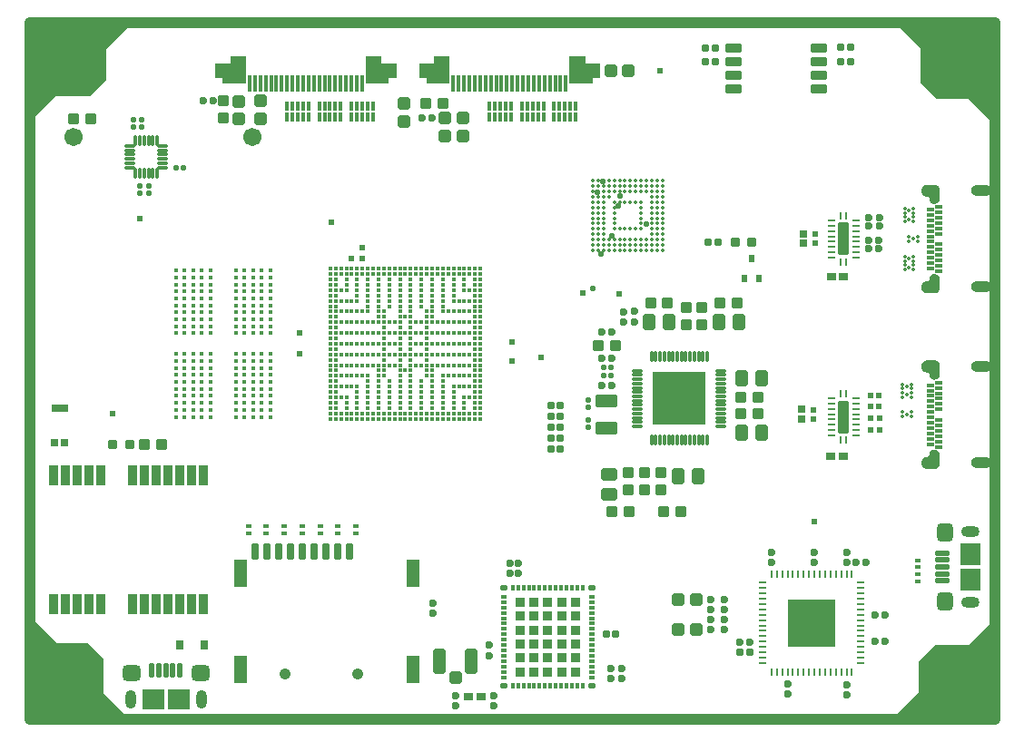
<source format=gts>
G04*
G04 #@! TF.GenerationSoftware,Altium Limited,Altium Designer,25.1.2 (22)*
G04*
G04 Layer_Color=8388736*
%FSAX25Y25*%
%MOIN*%
G70*
G04*
G04 #@! TF.SameCoordinates,C8C0AD5F-FC7A-4EF2-B1F4-1BF668D8B3FE*
G04*
G04*
G04 #@! TF.FilePolarity,Negative*
G04*
G01*
G75*
G04:AMPARAMS|DCode=35|XSize=23.62mil|YSize=9.84mil|CornerRadius=1.97mil|HoleSize=0mil|Usage=FLASHONLY|Rotation=0.000|XOffset=0mil|YOffset=0mil|HoleType=Round|Shape=RoundedRectangle|*
%AMROUNDEDRECTD35*
21,1,0.02362,0.00591,0,0,0.0*
21,1,0.01968,0.00984,0,0,0.0*
1,1,0.00394,0.00984,-0.00295*
1,1,0.00394,-0.00984,-0.00295*
1,1,0.00394,-0.00984,0.00295*
1,1,0.00394,0.00984,0.00295*
%
%ADD35ROUNDEDRECTD35*%
G04:AMPARAMS|DCode=36|XSize=9.84mil|YSize=23.62mil|CornerRadius=1.97mil|HoleSize=0mil|Usage=FLASHONLY|Rotation=0.000|XOffset=0mil|YOffset=0mil|HoleType=Round|Shape=RoundedRectangle|*
%AMROUNDEDRECTD36*
21,1,0.00984,0.01968,0,0,0.0*
21,1,0.00591,0.02362,0,0,0.0*
1,1,0.00394,0.00295,-0.00984*
1,1,0.00394,-0.00295,-0.00984*
1,1,0.00394,-0.00295,0.00984*
1,1,0.00394,0.00295,0.00984*
%
%ADD36ROUNDEDRECTD36*%
%ADD51R,0.02362X0.01378*%
G04:AMPARAMS|DCode=57|XSize=29.53mil|YSize=9.84mil|CornerRadius=4.92mil|HoleSize=0mil|Usage=FLASHONLY|Rotation=0.000|XOffset=0mil|YOffset=0mil|HoleType=Round|Shape=RoundedRectangle|*
%AMROUNDEDRECTD57*
21,1,0.02953,0.00000,0,0,0.0*
21,1,0.01968,0.00984,0,0,0.0*
1,1,0.00984,0.00984,0.00000*
1,1,0.00984,-0.00984,0.00000*
1,1,0.00984,-0.00984,0.00000*
1,1,0.00984,0.00984,0.00000*
%
%ADD57ROUNDEDRECTD57*%
G04:AMPARAMS|DCode=58|XSize=9.84mil|YSize=29.53mil|CornerRadius=4.92mil|HoleSize=0mil|Usage=FLASHONLY|Rotation=0.000|XOffset=0mil|YOffset=0mil|HoleType=Round|Shape=RoundedRectangle|*
%AMROUNDEDRECTD58*
21,1,0.00984,0.01968,0,0,0.0*
21,1,0.00000,0.02953,0,0,0.0*
1,1,0.00984,0.00000,-0.00984*
1,1,0.00984,0.00000,-0.00984*
1,1,0.00984,0.00000,0.00984*
1,1,0.00984,0.00000,0.00984*
%
%ADD58ROUNDEDRECTD58*%
%ADD59R,0.17520X0.17520*%
%ADD72C,0.03937*%
%ADD73C,0.02368*%
%ADD74R,0.02559X0.03150*%
%ADD75R,0.06299X0.03150*%
G04:AMPARAMS|DCode=76|XSize=47.31mil|YSize=43.37mil|CornerRadius=5.94mil|HoleSize=0mil|Usage=FLASHONLY|Rotation=0.000|XOffset=0mil|YOffset=0mil|HoleType=Round|Shape=RoundedRectangle|*
%AMROUNDEDRECTD76*
21,1,0.04731,0.03150,0,0,0.0*
21,1,0.03543,0.04337,0,0,0.0*
1,1,0.01187,0.01772,-0.01575*
1,1,0.01187,-0.01772,-0.01575*
1,1,0.01187,-0.01772,0.01575*
1,1,0.01187,0.01772,0.01575*
%
%ADD76ROUNDEDRECTD76*%
G04:AMPARAMS|DCode=77|XSize=24mil|YSize=24mil|CornerRadius=4mil|HoleSize=0mil|Usage=FLASHONLY|Rotation=180.000|XOffset=0mil|YOffset=0mil|HoleType=Round|Shape=RoundedRectangle|*
%AMROUNDEDRECTD77*
21,1,0.02400,0.01600,0,0,180.0*
21,1,0.01600,0.02400,0,0,180.0*
1,1,0.00800,-0.00800,0.00800*
1,1,0.00800,0.00800,0.00800*
1,1,0.00800,0.00800,-0.00800*
1,1,0.00800,-0.00800,-0.00800*
%
%ADD77ROUNDEDRECTD77*%
G04:AMPARAMS|DCode=78|XSize=90.61mil|YSize=45.34mil|CornerRadius=6.13mil|HoleSize=0mil|Usage=FLASHONLY|Rotation=270.000|XOffset=0mil|YOffset=0mil|HoleType=Round|Shape=RoundedRectangle|*
%AMROUNDEDRECTD78*
21,1,0.09061,0.03307,0,0,270.0*
21,1,0.07835,0.04534,0,0,270.0*
1,1,0.01227,-0.01654,-0.03917*
1,1,0.01227,-0.01654,0.03917*
1,1,0.01227,0.01654,0.03917*
1,1,0.01227,0.01654,-0.03917*
%
%ADD78ROUNDEDRECTD78*%
G04:AMPARAMS|DCode=79|XSize=45.34mil|YSize=45.34mil|CornerRadius=6.13mil|HoleSize=0mil|Usage=FLASHONLY|Rotation=180.000|XOffset=0mil|YOffset=0mil|HoleType=Round|Shape=RoundedRectangle|*
%AMROUNDEDRECTD79*
21,1,0.04534,0.03307,0,0,180.0*
21,1,0.03307,0.04534,0,0,180.0*
1,1,0.01227,-0.01654,0.01654*
1,1,0.01227,0.01654,0.01654*
1,1,0.01227,0.01654,-0.01654*
1,1,0.01227,-0.01654,-0.01654*
%
%ADD79ROUNDEDRECTD79*%
%ADD80R,0.03353X0.02762*%
G04:AMPARAMS|DCode=81|XSize=28.41mil|YSize=59.12mil|CornerRadius=4.44mil|HoleSize=0mil|Usage=FLASHONLY|Rotation=0.000|XOffset=0mil|YOffset=0mil|HoleType=Round|Shape=RoundedRectangle|*
%AMROUNDEDRECTD81*
21,1,0.02841,0.05024,0,0,0.0*
21,1,0.01953,0.05912,0,0,0.0*
1,1,0.00888,0.00976,-0.02512*
1,1,0.00888,-0.00976,-0.02512*
1,1,0.00888,-0.00976,0.02512*
1,1,0.00888,0.00976,0.02512*
%
%ADD81ROUNDEDRECTD81*%
%ADD82R,0.04731X0.09849*%
G04:AMPARAMS|DCode=83|XSize=33.53mil|YSize=13.84mil|CornerRadius=2.98mil|HoleSize=0mil|Usage=FLASHONLY|Rotation=270.000|XOffset=0mil|YOffset=0mil|HoleType=Round|Shape=RoundedRectangle|*
%AMROUNDEDRECTD83*
21,1,0.03353,0.00787,0,0,270.0*
21,1,0.02756,0.01384,0,0,270.0*
1,1,0.00597,-0.00394,-0.01378*
1,1,0.00597,-0.00394,0.01378*
1,1,0.00597,0.00394,0.01378*
1,1,0.00597,0.00394,-0.01378*
%
%ADD83ROUNDEDRECTD83*%
G04:AMPARAMS|DCode=84|XSize=41.4mil|YSize=37.47mil|CornerRadius=5.35mil|HoleSize=0mil|Usage=FLASHONLY|Rotation=270.000|XOffset=0mil|YOffset=0mil|HoleType=Round|Shape=RoundedRectangle|*
%AMROUNDEDRECTD84*
21,1,0.04140,0.02677,0,0,270.0*
21,1,0.03071,0.03747,0,0,270.0*
1,1,0.01069,-0.01339,-0.01535*
1,1,0.01069,-0.01339,0.01535*
1,1,0.01069,0.01339,0.01535*
1,1,0.01069,0.01339,-0.01535*
%
%ADD84ROUNDEDRECTD84*%
G04:AMPARAMS|DCode=85|XSize=35.5mil|YSize=35.5mil|CornerRadius=5.94mil|HoleSize=0mil|Usage=FLASHONLY|Rotation=180.000|XOffset=0mil|YOffset=0mil|HoleType=Round|Shape=RoundedRectangle|*
%AMROUNDEDRECTD85*
21,1,0.03550,0.02362,0,0,180.0*
21,1,0.02362,0.03550,0,0,180.0*
1,1,0.01187,-0.01181,0.01181*
1,1,0.01187,0.01181,0.01181*
1,1,0.01187,0.01181,-0.01181*
1,1,0.01187,-0.01181,-0.01181*
%
%ADD85ROUNDEDRECTD85*%
%ADD86R,0.02861X0.03668*%
G04:AMPARAMS|DCode=87|XSize=18.01mil|YSize=18.01mil|CornerRadius=4.2mil|HoleSize=0mil|Usage=FLASHONLY|Rotation=180.000|XOffset=0mil|YOffset=0mil|HoleType=Round|Shape=RoundedRectangle|*
%AMROUNDEDRECTD87*
21,1,0.01801,0.00961,0,0,180.0*
21,1,0.00961,0.01801,0,0,180.0*
1,1,0.00840,-0.00480,0.00480*
1,1,0.00840,0.00480,0.00480*
1,1,0.00840,0.00480,-0.00480*
1,1,0.00840,-0.00480,-0.00480*
%
%ADD87ROUNDEDRECTD87*%
G04:AMPARAMS|DCode=88|XSize=18.01mil|YSize=18.01mil|CornerRadius=4.2mil|HoleSize=0mil|Usage=FLASHONLY|Rotation=270.000|XOffset=0mil|YOffset=0mil|HoleType=Round|Shape=RoundedRectangle|*
%AMROUNDEDRECTD88*
21,1,0.01801,0.00961,0,0,270.0*
21,1,0.00961,0.01801,0,0,270.0*
1,1,0.00840,-0.00480,-0.00480*
1,1,0.00840,-0.00480,0.00480*
1,1,0.00840,0.00480,0.00480*
1,1,0.00840,0.00480,-0.00480*
%
%ADD88ROUNDEDRECTD88*%
G04:AMPARAMS|DCode=89|XSize=17.78mil|YSize=17.78mil|CornerRadius=3.38mil|HoleSize=0mil|Usage=FLASHONLY|Rotation=180.000|XOffset=0mil|YOffset=0mil|HoleType=Round|Shape=RoundedRectangle|*
%AMROUNDEDRECTD89*
21,1,0.01778,0.01102,0,0,180.0*
21,1,0.01102,0.01778,0,0,180.0*
1,1,0.00676,-0.00551,0.00551*
1,1,0.00676,0.00551,0.00551*
1,1,0.00676,0.00551,-0.00551*
1,1,0.00676,-0.00551,-0.00551*
%
%ADD89ROUNDEDRECTD89*%
G04:AMPARAMS|DCode=90|XSize=37.9mil|YSize=11.58mil|CornerRadius=2.76mil|HoleSize=0mil|Usage=FLASHONLY|Rotation=0.000|XOffset=0mil|YOffset=0mil|HoleType=Round|Shape=RoundedRectangle|*
%AMROUNDEDRECTD90*
21,1,0.03790,0.00606,0,0,0.0*
21,1,0.03239,0.01158,0,0,0.0*
1,1,0.00552,0.01619,-0.00303*
1,1,0.00552,-0.01619,-0.00303*
1,1,0.00552,-0.01619,0.00303*
1,1,0.00552,0.01619,0.00303*
%
%ADD90ROUNDEDRECTD90*%
G04:AMPARAMS|DCode=91|XSize=11.58mil|YSize=37.9mil|CornerRadius=2.76mil|HoleSize=0mil|Usage=FLASHONLY|Rotation=0.000|XOffset=0mil|YOffset=0mil|HoleType=Round|Shape=RoundedRectangle|*
%AMROUNDEDRECTD91*
21,1,0.01158,0.03239,0,0,0.0*
21,1,0.00606,0.03790,0,0,0.0*
1,1,0.00552,0.00303,-0.01619*
1,1,0.00552,-0.00303,-0.01619*
1,1,0.00552,-0.00303,0.01619*
1,1,0.00552,0.00303,0.01619*
%
%ADD91ROUNDEDRECTD91*%
%ADD92C,0.01384*%
G04:AMPARAMS|DCode=93|XSize=39.37mil|YSize=118.11mil|CornerRadius=1.97mil|HoleSize=0mil|Usage=FLASHONLY|Rotation=0.000|XOffset=0mil|YOffset=0mil|HoleType=Round|Shape=RoundedRectangle|*
%AMROUNDEDRECTD93*
21,1,0.03937,0.11417,0,0,0.0*
21,1,0.03543,0.11811,0,0,0.0*
1,1,0.00394,0.01772,-0.05709*
1,1,0.00394,-0.01772,-0.05709*
1,1,0.00394,-0.01772,0.05709*
1,1,0.00394,0.01772,0.05709*
%
%ADD93ROUNDEDRECTD93*%
%ADD94R,0.02368X0.01975*%
%ADD95R,0.02920X0.02762*%
%ADD96R,0.01975X0.02368*%
G04:AMPARAMS|DCode=97|XSize=23.68mil|YSize=22.7mil|CornerRadius=3.87mil|HoleSize=0mil|Usage=FLASHONLY|Rotation=0.000|XOffset=0mil|YOffset=0mil|HoleType=Round|Shape=RoundedRectangle|*
%AMROUNDEDRECTD97*
21,1,0.02368,0.01496,0,0,0.0*
21,1,0.01595,0.02270,0,0,0.0*
1,1,0.00774,0.00797,-0.00748*
1,1,0.00774,-0.00797,-0.00748*
1,1,0.00774,-0.00797,0.00748*
1,1,0.00774,0.00797,0.00748*
%
%ADD97ROUNDEDRECTD97*%
G04:AMPARAMS|DCode=98|XSize=22.7mil|YSize=13.84mil|CornerRadius=2.98mil|HoleSize=0mil|Usage=FLASHONLY|Rotation=0.000|XOffset=0mil|YOffset=0mil|HoleType=Round|Shape=RoundedRectangle|*
%AMROUNDEDRECTD98*
21,1,0.02270,0.00787,0,0,0.0*
21,1,0.01673,0.01384,0,0,0.0*
1,1,0.00597,0.00837,-0.00394*
1,1,0.00597,-0.00837,-0.00394*
1,1,0.00597,-0.00837,0.00394*
1,1,0.00597,0.00837,0.00394*
%
%ADD98ROUNDEDRECTD98*%
G04:AMPARAMS|DCode=99|XSize=22.7mil|YSize=13.84mil|CornerRadius=2.98mil|HoleSize=0mil|Usage=FLASHONLY|Rotation=270.000|XOffset=0mil|YOffset=0mil|HoleType=Round|Shape=RoundedRectangle|*
%AMROUNDEDRECTD99*
21,1,0.02270,0.00787,0,0,270.0*
21,1,0.01673,0.01384,0,0,270.0*
1,1,0.00597,-0.00394,-0.00837*
1,1,0.00597,-0.00394,0.00837*
1,1,0.00597,0.00394,0.00837*
1,1,0.00597,0.00394,-0.00837*
%
%ADD99ROUNDEDRECTD99*%
%ADD100R,0.03550X0.03550*%
G04:AMPARAMS|DCode=101|XSize=27.62mil|YSize=27.62mil|CornerRadius=4.36mil|HoleSize=0mil|Usage=FLASHONLY|Rotation=270.000|XOffset=0mil|YOffset=0mil|HoleType=Round|Shape=RoundedRectangle|*
%AMROUNDEDRECTD101*
21,1,0.02762,0.01890,0,0,270.0*
21,1,0.01890,0.02762,0,0,270.0*
1,1,0.00872,-0.00945,-0.00945*
1,1,0.00872,-0.00945,0.00945*
1,1,0.00872,0.00945,0.00945*
1,1,0.00872,0.00945,-0.00945*
%
%ADD101ROUNDEDRECTD101*%
%ADD102O,0.01975X0.05715*%
%ADD103R,0.07880X0.07487*%
G04:AMPARAMS|DCode=104|XSize=66.99mil|YSize=59.12mil|CornerRadius=15.78mil|HoleSize=0mil|Usage=FLASHONLY|Rotation=180.000|XOffset=0mil|YOffset=0mil|HoleType=Round|Shape=RoundedRectangle|*
%AMROUNDEDRECTD104*
21,1,0.06699,0.02756,0,0,180.0*
21,1,0.03543,0.05912,0,0,180.0*
1,1,0.03156,-0.01772,0.01378*
1,1,0.03156,0.01772,0.01378*
1,1,0.03156,0.01772,-0.01378*
1,1,0.03156,-0.01772,-0.01378*
%
%ADD104ROUNDEDRECTD104*%
G04:AMPARAMS|DCode=105|XSize=47.31mil|YSize=43.37mil|CornerRadius=5.94mil|HoleSize=0mil|Usage=FLASHONLY|Rotation=90.000|XOffset=0mil|YOffset=0mil|HoleType=Round|Shape=RoundedRectangle|*
%AMROUNDEDRECTD105*
21,1,0.04731,0.03150,0,0,90.0*
21,1,0.03543,0.04337,0,0,90.0*
1,1,0.01187,0.01575,0.01772*
1,1,0.01187,0.01575,-0.01772*
1,1,0.01187,-0.01575,-0.01772*
1,1,0.01187,-0.01575,0.01772*
%
%ADD105ROUNDEDRECTD105*%
G04:AMPARAMS|DCode=106|XSize=61.09mil|YSize=33.53mil|CornerRadius=4.95mil|HoleSize=0mil|Usage=FLASHONLY|Rotation=180.000|XOffset=0mil|YOffset=0mil|HoleType=Round|Shape=RoundedRectangle|*
%AMROUNDEDRECTD106*
21,1,0.06109,0.02362,0,0,180.0*
21,1,0.05118,0.03353,0,0,180.0*
1,1,0.00991,-0.02559,0.01181*
1,1,0.00991,0.02559,0.01181*
1,1,0.00991,0.02559,-0.01181*
1,1,0.00991,-0.02559,-0.01181*
%
%ADD106ROUNDEDRECTD106*%
G04:AMPARAMS|DCode=107|XSize=24mil|YSize=24mil|CornerRadius=4mil|HoleSize=0mil|Usage=FLASHONLY|Rotation=270.000|XOffset=0mil|YOffset=0mil|HoleType=Round|Shape=RoundedRectangle|*
%AMROUNDEDRECTD107*
21,1,0.02400,0.01600,0,0,270.0*
21,1,0.01600,0.02400,0,0,270.0*
1,1,0.00800,-0.00800,-0.00800*
1,1,0.00800,-0.00800,0.00800*
1,1,0.00800,0.00800,0.00800*
1,1,0.00800,0.00800,-0.00800*
%
%ADD107ROUNDEDRECTD107*%
G04:AMPARAMS|DCode=108|XSize=15.81mil|YSize=24.87mil|CornerRadius=3.18mil|HoleSize=0mil|Usage=FLASHONLY|Rotation=90.000|XOffset=0mil|YOffset=0mil|HoleType=Round|Shape=RoundedRectangle|*
%AMROUNDEDRECTD108*
21,1,0.01581,0.01850,0,0,90.0*
21,1,0.00945,0.02487,0,0,90.0*
1,1,0.00636,0.00925,0.00472*
1,1,0.00636,0.00925,-0.00472*
1,1,0.00636,-0.00925,-0.00472*
1,1,0.00636,-0.00925,0.00472*
%
%ADD108ROUNDEDRECTD108*%
G04:AMPARAMS|DCode=109|XSize=74.87mil|YSize=35.5mil|CornerRadius=5.15mil|HoleSize=0mil|Usage=FLASHONLY|Rotation=90.000|XOffset=0mil|YOffset=0mil|HoleType=Round|Shape=RoundedRectangle|*
%AMROUNDEDRECTD109*
21,1,0.07487,0.02520,0,0,90.0*
21,1,0.06457,0.03550,0,0,90.0*
1,1,0.01030,0.01260,0.03228*
1,1,0.01030,0.01260,-0.03228*
1,1,0.01030,-0.01260,-0.03228*
1,1,0.01030,-0.01260,0.03228*
%
%ADD109ROUNDEDRECTD109*%
%ADD110O,0.05715X0.01975*%
%ADD111R,0.07487X0.07880*%
G04:AMPARAMS|DCode=112|XSize=66.99mil|YSize=59.12mil|CornerRadius=15.78mil|HoleSize=0mil|Usage=FLASHONLY|Rotation=270.000|XOffset=0mil|YOffset=0mil|HoleType=Round|Shape=RoundedRectangle|*
%AMROUNDEDRECTD112*
21,1,0.06699,0.02756,0,0,270.0*
21,1,0.03543,0.05912,0,0,270.0*
1,1,0.03156,-0.01378,-0.01772*
1,1,0.03156,-0.01378,0.01772*
1,1,0.03156,0.01378,0.01772*
1,1,0.03156,0.01378,-0.01772*
%
%ADD112ROUNDEDRECTD112*%
G04:AMPARAMS|DCode=113|XSize=41.4mil|YSize=37.47mil|CornerRadius=5.35mil|HoleSize=0mil|Usage=FLASHONLY|Rotation=180.000|XOffset=0mil|YOffset=0mil|HoleType=Round|Shape=RoundedRectangle|*
%AMROUNDEDRECTD113*
21,1,0.04140,0.02677,0,0,180.0*
21,1,0.03071,0.03747,0,0,180.0*
1,1,0.01069,-0.01535,0.01339*
1,1,0.01069,0.01535,0.01339*
1,1,0.01069,0.01535,-0.01339*
1,1,0.01069,-0.01535,-0.01339*
%
%ADD113ROUNDEDRECTD113*%
G04:AMPARAMS|DCode=114|XSize=15.75mil|YSize=59.06mil|CornerRadius=3.15mil|HoleSize=0mil|Usage=FLASHONLY|Rotation=180.000|XOffset=0mil|YOffset=0mil|HoleType=Round|Shape=RoundedRectangle|*
%AMROUNDEDRECTD114*
21,1,0.01575,0.05276,0,0,180.0*
21,1,0.00945,0.05906,0,0,180.0*
1,1,0.00630,-0.00472,0.02638*
1,1,0.00630,0.00472,0.02638*
1,1,0.00630,0.00472,-0.02638*
1,1,0.00630,-0.00472,-0.02638*
%
%ADD114ROUNDEDRECTD114*%
%ADD115C,0.01400*%
%ADD116C,0.01550*%
%ADD117C,0.01542*%
G04:AMPARAMS|DCode=118|XSize=39.43mil|YSize=11.87mil|CornerRadius=2.79mil|HoleSize=0mil|Usage=FLASHONLY|Rotation=0.000|XOffset=0mil|YOffset=0mil|HoleType=Round|Shape=RoundedRectangle|*
%AMROUNDEDRECTD118*
21,1,0.03943,0.00630,0,0,0.0*
21,1,0.03386,0.01187,0,0,0.0*
1,1,0.00558,0.01693,-0.00315*
1,1,0.00558,-0.01693,-0.00315*
1,1,0.00558,-0.01693,0.00315*
1,1,0.00558,0.01693,0.00315*
%
%ADD118ROUNDEDRECTD118*%
G04:AMPARAMS|DCode=119|XSize=39.43mil|YSize=11.87mil|CornerRadius=2.79mil|HoleSize=0mil|Usage=FLASHONLY|Rotation=90.000|XOffset=0mil|YOffset=0mil|HoleType=Round|Shape=RoundedRectangle|*
%AMROUNDEDRECTD119*
21,1,0.03943,0.00630,0,0,90.0*
21,1,0.03386,0.01187,0,0,90.0*
1,1,0.00558,0.00315,0.01693*
1,1,0.00558,0.00315,-0.01693*
1,1,0.00558,-0.00315,-0.01693*
1,1,0.00558,-0.00315,0.01693*
%
%ADD119ROUNDEDRECTD119*%
%ADD120R,0.19298X0.19298*%
G04:AMPARAMS|DCode=121|XSize=58.72mil|YSize=43.37mil|CornerRadius=5.94mil|HoleSize=0mil|Usage=FLASHONLY|Rotation=0.000|XOffset=0mil|YOffset=0mil|HoleType=Round|Shape=RoundedRectangle|*
%AMROUNDEDRECTD121*
21,1,0.05872,0.03150,0,0,0.0*
21,1,0.04685,0.04337,0,0,0.0*
1,1,0.01187,0.02343,-0.01575*
1,1,0.01187,-0.02343,-0.01575*
1,1,0.01187,-0.02343,0.01575*
1,1,0.01187,0.02343,0.01575*
%
%ADD121ROUNDEDRECTD121*%
G04:AMPARAMS|DCode=122|XSize=58.72mil|YSize=43.37mil|CornerRadius=5.94mil|HoleSize=0mil|Usage=FLASHONLY|Rotation=90.000|XOffset=0mil|YOffset=0mil|HoleType=Round|Shape=RoundedRectangle|*
%AMROUNDEDRECTD122*
21,1,0.05872,0.03150,0,0,90.0*
21,1,0.04685,0.04337,0,0,90.0*
1,1,0.01187,0.01575,0.02343*
1,1,0.01187,0.01575,-0.02343*
1,1,0.01187,-0.01575,-0.02343*
1,1,0.01187,-0.01575,0.02343*
%
%ADD122ROUNDEDRECTD122*%
G04:AMPARAMS|DCode=123|XSize=47.31mil|YSize=78.8mil|CornerRadius=6.33mil|HoleSize=0mil|Usage=FLASHONLY|Rotation=270.000|XOffset=0mil|YOffset=0mil|HoleType=Round|Shape=RoundedRectangle|*
%AMROUNDEDRECTD123*
21,1,0.04731,0.06614,0,0,270.0*
21,1,0.03465,0.07880,0,0,270.0*
1,1,0.01266,-0.03307,-0.01732*
1,1,0.01266,-0.03307,0.01732*
1,1,0.01266,0.03307,0.01732*
1,1,0.01266,0.03307,-0.01732*
%
%ADD123ROUNDEDRECTD123*%
G04:AMPARAMS|DCode=124|XSize=27.62mil|YSize=22.5mil|CornerRadius=3.85mil|HoleSize=0mil|Usage=FLASHONLY|Rotation=90.000|XOffset=0mil|YOffset=0mil|HoleType=Round|Shape=RoundedRectangle|*
%AMROUNDEDRECTD124*
21,1,0.02762,0.01480,0,0,90.0*
21,1,0.01992,0.02250,0,0,90.0*
1,1,0.00770,0.00740,0.00996*
1,1,0.00770,0.00740,-0.00996*
1,1,0.00770,-0.00740,-0.00996*
1,1,0.00770,-0.00740,0.00996*
%
%ADD124ROUNDEDRECTD124*%
%ADD125C,0.04140*%
%ADD126O,0.03943X0.06699*%
%ADD127O,0.07684X0.04140*%
%ADD128C,0.20085*%
%ADD129O,0.06699X0.03943*%
%ADD130C,0.06699*%
%ADD131C,0.02198*%
%ADD132C,0.01968*%
%ADD133C,0.02568*%
G36*
X0346347Y0665453D02*
X0382961D01*
X0373512Y0674901D01*
Y0687500D01*
X0367607Y0693405D01*
X0356190D01*
X0348316Y0701279D01*
X0346347D01*
Y0665453D01*
D02*
G37*
G36*
X0346347Y0921358D02*
Y0884744D01*
X0355796Y0894193D01*
X0368394D01*
X0374300Y0900098D01*
Y0911516D01*
X0382174Y0919390D01*
Y0921358D01*
X0346347D01*
D02*
G37*
G36*
X0417213Y0901083D02*
X0414457D01*
Y0906201D01*
X0419969D01*
Y0908957D01*
X0425678D01*
Y0899114D01*
X0417213D01*
Y0901083D01*
D02*
G37*
G36*
X0469772Y0908957D02*
X0475481D01*
Y0906201D01*
X0480993D01*
Y0901083D01*
X0478237D01*
Y0899114D01*
X0469772D01*
Y0908957D01*
D02*
G37*
G36*
X0492016Y0901083D02*
X0489260D01*
Y0906201D01*
X0494772D01*
Y0908957D01*
X0500481D01*
Y0899114D01*
X0492016D01*
Y0901083D01*
D02*
G37*
G36*
X0544575Y0908957D02*
X0550284D01*
Y0906201D01*
X0555796D01*
Y0901083D01*
X0553040D01*
Y0899114D01*
X0544575D01*
Y0908957D01*
D02*
G37*
G36*
X0700678Y0665453D02*
Y0702067D01*
X0691229Y0692618D01*
X0678631D01*
X0672725Y0686713D01*
Y0675295D01*
X0664851Y0667421D01*
Y0665453D01*
X0700678D01*
D02*
G37*
G36*
X0673694Y0759665D02*
X0673701Y0759783D01*
X0673717Y0759902D01*
X0673741Y0760020D01*
X0673768Y0760134D01*
X0673800Y0760248D01*
X0673839Y0760358D01*
X0673886Y0760468D01*
X0673938Y0760575D01*
X0673993Y0760677D01*
X0674056Y0760779D01*
X0674123Y0760878D01*
X0674193Y0760972D01*
X0674272Y0761063D01*
X0674351Y0761150D01*
X0674438Y0761228D01*
X0674528Y0761307D01*
X0674623Y0761378D01*
X0674721Y0761445D01*
X0674824Y0761508D01*
X0674926Y0761563D01*
X0675032Y0761614D01*
X0675142Y0761661D01*
X0675253Y0761701D01*
X0675367Y0761732D01*
X0675481Y0761760D01*
X0675599Y0761783D01*
X0675717Y0761799D01*
X0675835Y0761807D01*
X0675953Y0761811D01*
X0675993D01*
X0676028Y0761815D01*
X0676068Y0761819D01*
X0676103Y0761827D01*
X0676142Y0761834D01*
X0676178Y0761846D01*
X0676213Y0761858D01*
X0676249Y0761874D01*
X0676284Y0761890D01*
X0676316Y0761909D01*
X0676351Y0761929D01*
X0676382Y0761949D01*
X0676410Y0761972D01*
X0676442Y0762000D01*
X0676469Y0762023D01*
X0676493Y0762051D01*
X0676520Y0762083D01*
X0676544Y0762110D01*
X0676564Y0762142D01*
X0676583Y0762173D01*
X0676603Y0762209D01*
X0676619Y0762244D01*
X0676635Y0762279D01*
X0676646Y0762315D01*
X0676658Y0762350D01*
X0676666Y0762390D01*
X0676674Y0762425D01*
X0676678Y0762465D01*
X0676682Y0762500D01*
Y0762657D01*
X0676686Y0762748D01*
X0676690Y0762839D01*
X0676701Y0762929D01*
X0676721Y0763016D01*
X0676741Y0763106D01*
X0676768Y0763193D01*
X0676796Y0763279D01*
X0676831Y0763362D01*
X0676871Y0763445D01*
X0676914Y0763523D01*
X0676961Y0763602D01*
X0677012Y0763677D01*
X0677068Y0763748D01*
X0677127Y0763815D01*
X0677190Y0763882D01*
X0677256Y0763945D01*
X0677323Y0764004D01*
X0677394Y0764059D01*
X0677469Y0764110D01*
X0677548Y0764157D01*
X0677627Y0764201D01*
X0677709Y0764240D01*
X0677792Y0764276D01*
X0677879Y0764303D01*
X0677965Y0764331D01*
X0678056Y0764350D01*
X0678142Y0764370D01*
X0678233Y0764382D01*
X0678324Y0764386D01*
X0678414Y0764390D01*
X0678528Y0764386D01*
X0678638Y0764378D01*
X0678753Y0764362D01*
X0678863Y0764342D01*
X0678973Y0764315D01*
X0679083Y0764283D01*
X0679190Y0764244D01*
X0679296Y0764201D01*
X0679398Y0764153D01*
X0679497Y0764098D01*
X0679595Y0764039D01*
X0679686Y0763976D01*
X0679776Y0763905D01*
X0679863Y0763834D01*
X0679946Y0763756D01*
X0680024Y0763673D01*
X0680095Y0763587D01*
X0680166Y0763496D01*
X0680229Y0763405D01*
X0680288Y0763307D01*
X0680343Y0763208D01*
X0680390Y0763106D01*
X0680434Y0763000D01*
X0680473Y0762894D01*
X0680505Y0762783D01*
X0680532Y0762673D01*
X0680552Y0762563D01*
X0680568Y0762449D01*
X0680575Y0762338D01*
X0680579Y0762224D01*
Y0759449D01*
X0680575Y0759335D01*
X0680568Y0759224D01*
X0680552Y0759110D01*
X0680532Y0759000D01*
X0680505Y0758890D01*
X0680473Y0758779D01*
X0680434Y0758673D01*
X0680390Y0758567D01*
X0680343Y0758464D01*
X0680288Y0758366D01*
X0680229Y0758268D01*
X0680166Y0758177D01*
X0680095Y0758086D01*
X0680024Y0758000D01*
X0679946Y0757917D01*
X0679863Y0757838D01*
X0679776Y0757768D01*
X0679686Y0757697D01*
X0679595Y0757634D01*
X0679497Y0757575D01*
X0679398Y0757520D01*
X0679296Y0757472D01*
X0679190Y0757429D01*
X0679083Y0757390D01*
X0678973Y0757358D01*
X0678863Y0757331D01*
X0678753Y0757311D01*
X0678638Y0757295D01*
X0678528Y0757287D01*
X0678414Y0757283D01*
X0675953D01*
X0675835Y0757287D01*
X0675717Y0757295D01*
X0675599Y0757311D01*
X0675481Y0757335D01*
X0675367Y0757362D01*
X0675253Y0757394D01*
X0675142Y0757433D01*
X0675032Y0757480D01*
X0674926Y0757531D01*
X0674824Y0757586D01*
X0674721Y0757650D01*
X0674623Y0757716D01*
X0674528Y0757787D01*
X0674438Y0757866D01*
X0674351Y0757945D01*
X0674272Y0758031D01*
X0674193Y0758122D01*
X0674123Y0758216D01*
X0674056Y0758315D01*
X0673993Y0758417D01*
X0673938Y0758520D01*
X0673886Y0758626D01*
X0673839Y0758736D01*
X0673800Y0758846D01*
X0673768Y0758960D01*
X0673741Y0759075D01*
X0673717Y0759193D01*
X0673701Y0759311D01*
X0673694Y0759429D01*
X0673690Y0759547D01*
X0673694Y0759665D01*
D02*
G37*
G36*
Y0795098D02*
X0673701Y0795216D01*
X0673717Y0795334D01*
X0673741Y0795453D01*
X0673768Y0795567D01*
X0673800Y0795681D01*
X0673839Y0795791D01*
X0673886Y0795901D01*
X0673938Y0796008D01*
X0673993Y0796110D01*
X0674056Y0796212D01*
X0674123Y0796311D01*
X0674193Y0796405D01*
X0674272Y0796496D01*
X0674351Y0796583D01*
X0674438Y0796661D01*
X0674528Y0796740D01*
X0674623Y0796811D01*
X0674721Y0796878D01*
X0674824Y0796941D01*
X0674926Y0796996D01*
X0675032Y0797047D01*
X0675142Y0797094D01*
X0675253Y0797134D01*
X0675367Y0797165D01*
X0675481Y0797193D01*
X0675599Y0797216D01*
X0675717Y0797232D01*
X0675835Y0797240D01*
X0675953Y0797244D01*
X0678414D01*
X0678528Y0797240D01*
X0678638Y0797232D01*
X0678753Y0797216D01*
X0678863Y0797197D01*
X0678973Y0797169D01*
X0679083Y0797138D01*
X0679190Y0797098D01*
X0679296Y0797055D01*
X0679398Y0797008D01*
X0679497Y0796953D01*
X0679595Y0796894D01*
X0679686Y0796831D01*
X0679776Y0796760D01*
X0679863Y0796689D01*
X0679946Y0796610D01*
X0680024Y0796527D01*
X0680095Y0796441D01*
X0680166Y0796350D01*
X0680229Y0796260D01*
X0680288Y0796161D01*
X0680343Y0796063D01*
X0680390Y0795961D01*
X0680434Y0795854D01*
X0680473Y0795748D01*
X0680505Y0795638D01*
X0680532Y0795527D01*
X0680552Y0795417D01*
X0680568Y0795303D01*
X0680575Y0795193D01*
X0680579Y0795079D01*
Y0792303D01*
X0680575Y0792189D01*
X0680568Y0792079D01*
X0680552Y0791964D01*
X0680532Y0791854D01*
X0680505Y0791744D01*
X0680473Y0791634D01*
X0680434Y0791527D01*
X0680390Y0791421D01*
X0680343Y0791319D01*
X0680288Y0791220D01*
X0680229Y0791122D01*
X0680166Y0791031D01*
X0680095Y0790941D01*
X0680024Y0790854D01*
X0679946Y0790771D01*
X0679863Y0790693D01*
X0679776Y0790622D01*
X0679686Y0790551D01*
X0679595Y0790488D01*
X0679497Y0790429D01*
X0679398Y0790374D01*
X0679296Y0790327D01*
X0679190Y0790283D01*
X0679083Y0790244D01*
X0678973Y0790212D01*
X0678863Y0790185D01*
X0678753Y0790165D01*
X0678638Y0790149D01*
X0678528Y0790142D01*
X0678414Y0790138D01*
X0678324Y0790142D01*
X0678233Y0790146D01*
X0678142Y0790157D01*
X0678056Y0790177D01*
X0677965Y0790197D01*
X0677879Y0790224D01*
X0677792Y0790252D01*
X0677709Y0790287D01*
X0677627Y0790327D01*
X0677548Y0790370D01*
X0677469Y0790417D01*
X0677394Y0790468D01*
X0677323Y0790523D01*
X0677256Y0790583D01*
X0677190Y0790646D01*
X0677127Y0790712D01*
X0677068Y0790779D01*
X0677012Y0790850D01*
X0676961Y0790925D01*
X0676914Y0791004D01*
X0676871Y0791083D01*
X0676831Y0791165D01*
X0676796Y0791248D01*
X0676768Y0791334D01*
X0676741Y0791421D01*
X0676721Y0791512D01*
X0676701Y0791598D01*
X0676690Y0791689D01*
X0676686Y0791779D01*
X0676682Y0791870D01*
Y0792027D01*
X0676678Y0792063D01*
X0676674Y0792102D01*
X0676666Y0792138D01*
X0676658Y0792177D01*
X0676646Y0792212D01*
X0676635Y0792248D01*
X0676619Y0792283D01*
X0676603Y0792319D01*
X0676583Y0792354D01*
X0676564Y0792386D01*
X0676544Y0792417D01*
X0676520Y0792445D01*
X0676493Y0792476D01*
X0676469Y0792504D01*
X0676442Y0792527D01*
X0676410Y0792555D01*
X0676382Y0792579D01*
X0676351Y0792598D01*
X0676316Y0792618D01*
X0676284Y0792638D01*
X0676249Y0792653D01*
X0676213Y0792669D01*
X0676178Y0792681D01*
X0676142Y0792693D01*
X0676103Y0792701D01*
X0676068Y0792708D01*
X0676028Y0792712D01*
X0675993Y0792716D01*
X0675953D01*
X0675835Y0792720D01*
X0675717Y0792728D01*
X0675599Y0792744D01*
X0675481Y0792768D01*
X0675367Y0792795D01*
X0675253Y0792827D01*
X0675142Y0792866D01*
X0675032Y0792913D01*
X0674926Y0792965D01*
X0674824Y0793020D01*
X0674721Y0793083D01*
X0674623Y0793150D01*
X0674528Y0793220D01*
X0674438Y0793299D01*
X0674351Y0793378D01*
X0674272Y0793465D01*
X0674193Y0793555D01*
X0674123Y0793649D01*
X0674056Y0793748D01*
X0673993Y0793850D01*
X0673938Y0793953D01*
X0673886Y0794059D01*
X0673839Y0794169D01*
X0673800Y0794279D01*
X0673768Y0794394D01*
X0673741Y0794508D01*
X0673717Y0794626D01*
X0673701Y0794744D01*
X0673694Y0794862D01*
X0673690Y0794980D01*
X0673694Y0795098D01*
D02*
G37*
G36*
Y0824232D02*
X0673701Y0824350D01*
X0673717Y0824468D01*
X0673741Y0824586D01*
X0673768Y0824701D01*
X0673800Y0824815D01*
X0673839Y0824925D01*
X0673886Y0825035D01*
X0673938Y0825142D01*
X0673993Y0825244D01*
X0674056Y0825346D01*
X0674123Y0825445D01*
X0674193Y0825539D01*
X0674272Y0825630D01*
X0674351Y0825716D01*
X0674438Y0825795D01*
X0674528Y0825874D01*
X0674623Y0825945D01*
X0674721Y0826012D01*
X0674824Y0826075D01*
X0674926Y0826130D01*
X0675032Y0826181D01*
X0675142Y0826228D01*
X0675253Y0826268D01*
X0675367Y0826299D01*
X0675481Y0826327D01*
X0675599Y0826350D01*
X0675717Y0826366D01*
X0675835Y0826374D01*
X0675953Y0826378D01*
X0675993D01*
X0676028Y0826382D01*
X0676068Y0826386D01*
X0676103Y0826394D01*
X0676142Y0826402D01*
X0676178Y0826413D01*
X0676213Y0826425D01*
X0676249Y0826441D01*
X0676284Y0826457D01*
X0676316Y0826476D01*
X0676351Y0826496D01*
X0676382Y0826516D01*
X0676410Y0826539D01*
X0676442Y0826567D01*
X0676469Y0826590D01*
X0676493Y0826618D01*
X0676520Y0826649D01*
X0676544Y0826677D01*
X0676564Y0826709D01*
X0676583Y0826740D01*
X0676603Y0826775D01*
X0676619Y0826811D01*
X0676635Y0826846D01*
X0676646Y0826882D01*
X0676658Y0826917D01*
X0676666Y0826957D01*
X0676674Y0826992D01*
X0676678Y0827031D01*
X0676682Y0827067D01*
Y0827224D01*
X0676686Y0827315D01*
X0676690Y0827405D01*
X0676701Y0827496D01*
X0676721Y0827583D01*
X0676741Y0827673D01*
X0676768Y0827760D01*
X0676796Y0827846D01*
X0676831Y0827929D01*
X0676871Y0828012D01*
X0676914Y0828090D01*
X0676961Y0828169D01*
X0677012Y0828244D01*
X0677068Y0828315D01*
X0677127Y0828382D01*
X0677190Y0828449D01*
X0677256Y0828512D01*
X0677323Y0828571D01*
X0677394Y0828626D01*
X0677469Y0828677D01*
X0677548Y0828724D01*
X0677627Y0828768D01*
X0677709Y0828807D01*
X0677792Y0828842D01*
X0677879Y0828870D01*
X0677965Y0828897D01*
X0678056Y0828917D01*
X0678142Y0828937D01*
X0678233Y0828949D01*
X0678324Y0828953D01*
X0678414Y0828957D01*
X0678528Y0828953D01*
X0678638Y0828945D01*
X0678753Y0828929D01*
X0678863Y0828909D01*
X0678973Y0828882D01*
X0679083Y0828850D01*
X0679190Y0828811D01*
X0679296Y0828768D01*
X0679398Y0828720D01*
X0679497Y0828665D01*
X0679595Y0828606D01*
X0679686Y0828543D01*
X0679776Y0828472D01*
X0679863Y0828401D01*
X0679946Y0828323D01*
X0680024Y0828240D01*
X0680095Y0828153D01*
X0680166Y0828063D01*
X0680229Y0827972D01*
X0680288Y0827874D01*
X0680343Y0827775D01*
X0680390Y0827673D01*
X0680434Y0827567D01*
X0680473Y0827460D01*
X0680505Y0827350D01*
X0680532Y0827240D01*
X0680552Y0827130D01*
X0680568Y0827016D01*
X0680575Y0826905D01*
X0680579Y0826791D01*
Y0824016D01*
X0680575Y0823901D01*
X0680568Y0823791D01*
X0680552Y0823677D01*
X0680532Y0823567D01*
X0680505Y0823457D01*
X0680473Y0823346D01*
X0680434Y0823240D01*
X0680390Y0823134D01*
X0680343Y0823031D01*
X0680288Y0822933D01*
X0680229Y0822834D01*
X0680166Y0822744D01*
X0680095Y0822653D01*
X0680024Y0822567D01*
X0679946Y0822484D01*
X0679863Y0822405D01*
X0679776Y0822334D01*
X0679686Y0822264D01*
X0679595Y0822201D01*
X0679497Y0822142D01*
X0679398Y0822087D01*
X0679296Y0822039D01*
X0679190Y0821996D01*
X0679083Y0821957D01*
X0678973Y0821925D01*
X0678863Y0821898D01*
X0678753Y0821878D01*
X0678638Y0821862D01*
X0678528Y0821854D01*
X0678414Y0821850D01*
X0675953D01*
X0675835Y0821854D01*
X0675717Y0821862D01*
X0675599Y0821878D01*
X0675481Y0821902D01*
X0675367Y0821929D01*
X0675253Y0821961D01*
X0675142Y0822000D01*
X0675032Y0822047D01*
X0674926Y0822098D01*
X0674824Y0822153D01*
X0674721Y0822216D01*
X0674623Y0822283D01*
X0674528Y0822354D01*
X0674438Y0822433D01*
X0674351Y0822512D01*
X0674272Y0822598D01*
X0674193Y0822689D01*
X0674123Y0822783D01*
X0674056Y0822882D01*
X0673993Y0822984D01*
X0673938Y0823086D01*
X0673886Y0823193D01*
X0673839Y0823303D01*
X0673800Y0823413D01*
X0673768Y0823527D01*
X0673741Y0823642D01*
X0673717Y0823760D01*
X0673701Y0823878D01*
X0673694Y0823996D01*
X0673690Y0824114D01*
X0673694Y0824232D01*
D02*
G37*
G36*
Y0859665D02*
X0673701Y0859783D01*
X0673717Y0859902D01*
X0673741Y0860020D01*
X0673768Y0860134D01*
X0673800Y0860248D01*
X0673839Y0860358D01*
X0673886Y0860468D01*
X0673938Y0860575D01*
X0673993Y0860677D01*
X0674056Y0860779D01*
X0674123Y0860878D01*
X0674193Y0860972D01*
X0674272Y0861063D01*
X0674351Y0861150D01*
X0674438Y0861228D01*
X0674528Y0861307D01*
X0674623Y0861378D01*
X0674721Y0861445D01*
X0674824Y0861508D01*
X0674926Y0861563D01*
X0675032Y0861614D01*
X0675142Y0861661D01*
X0675253Y0861701D01*
X0675367Y0861732D01*
X0675481Y0861760D01*
X0675599Y0861783D01*
X0675717Y0861799D01*
X0675835Y0861807D01*
X0675953Y0861811D01*
X0678414D01*
X0678528Y0861807D01*
X0678638Y0861799D01*
X0678753Y0861783D01*
X0678863Y0861764D01*
X0678973Y0861736D01*
X0679083Y0861705D01*
X0679190Y0861665D01*
X0679296Y0861622D01*
X0679398Y0861575D01*
X0679497Y0861520D01*
X0679595Y0861460D01*
X0679686Y0861397D01*
X0679776Y0861327D01*
X0679863Y0861256D01*
X0679946Y0861177D01*
X0680024Y0861094D01*
X0680095Y0861008D01*
X0680166Y0860917D01*
X0680229Y0860827D01*
X0680288Y0860728D01*
X0680343Y0860630D01*
X0680390Y0860527D01*
X0680434Y0860421D01*
X0680473Y0860315D01*
X0680505Y0860205D01*
X0680532Y0860094D01*
X0680552Y0859984D01*
X0680568Y0859870D01*
X0680575Y0859760D01*
X0680579Y0859646D01*
Y0856870D01*
X0680575Y0856756D01*
X0680568Y0856646D01*
X0680552Y0856531D01*
X0680532Y0856421D01*
X0680505Y0856311D01*
X0680473Y0856201D01*
X0680434Y0856094D01*
X0680390Y0855988D01*
X0680343Y0855886D01*
X0680288Y0855787D01*
X0680229Y0855689D01*
X0680166Y0855598D01*
X0680095Y0855508D01*
X0680024Y0855421D01*
X0679946Y0855338D01*
X0679863Y0855260D01*
X0679776Y0855189D01*
X0679686Y0855118D01*
X0679595Y0855055D01*
X0679497Y0854996D01*
X0679398Y0854941D01*
X0679296Y0854894D01*
X0679190Y0854850D01*
X0679083Y0854811D01*
X0678973Y0854779D01*
X0678863Y0854752D01*
X0678753Y0854732D01*
X0678638Y0854716D01*
X0678528Y0854708D01*
X0678414Y0854705D01*
X0678324Y0854708D01*
X0678233Y0854712D01*
X0678142Y0854724D01*
X0678056Y0854744D01*
X0677965Y0854764D01*
X0677879Y0854791D01*
X0677792Y0854819D01*
X0677709Y0854854D01*
X0677627Y0854894D01*
X0677548Y0854937D01*
X0677469Y0854984D01*
X0677394Y0855035D01*
X0677323Y0855090D01*
X0677256Y0855149D01*
X0677190Y0855212D01*
X0677127Y0855279D01*
X0677068Y0855346D01*
X0677012Y0855417D01*
X0676961Y0855492D01*
X0676914Y0855571D01*
X0676871Y0855649D01*
X0676831Y0855732D01*
X0676796Y0855815D01*
X0676768Y0855902D01*
X0676741Y0855988D01*
X0676721Y0856079D01*
X0676701Y0856165D01*
X0676690Y0856256D01*
X0676686Y0856346D01*
X0676682Y0856437D01*
Y0856594D01*
X0676678Y0856630D01*
X0676674Y0856669D01*
X0676666Y0856705D01*
X0676658Y0856744D01*
X0676646Y0856779D01*
X0676635Y0856815D01*
X0676619Y0856850D01*
X0676603Y0856886D01*
X0676583Y0856921D01*
X0676564Y0856953D01*
X0676544Y0856984D01*
X0676520Y0857012D01*
X0676493Y0857043D01*
X0676469Y0857071D01*
X0676442Y0857094D01*
X0676410Y0857122D01*
X0676382Y0857146D01*
X0676351Y0857165D01*
X0676316Y0857185D01*
X0676284Y0857205D01*
X0676249Y0857220D01*
X0676213Y0857236D01*
X0676178Y0857248D01*
X0676142Y0857260D01*
X0676103Y0857268D01*
X0676068Y0857275D01*
X0676028Y0857279D01*
X0675993Y0857283D01*
X0675953D01*
X0675835Y0857287D01*
X0675717Y0857295D01*
X0675599Y0857311D01*
X0675481Y0857335D01*
X0675367Y0857362D01*
X0675253Y0857394D01*
X0675142Y0857433D01*
X0675032Y0857480D01*
X0674926Y0857531D01*
X0674824Y0857586D01*
X0674721Y0857650D01*
X0674623Y0857716D01*
X0674528Y0857787D01*
X0674438Y0857866D01*
X0674351Y0857945D01*
X0674272Y0858031D01*
X0674193Y0858122D01*
X0674123Y0858216D01*
X0674056Y0858315D01*
X0673993Y0858417D01*
X0673938Y0858520D01*
X0673886Y0858626D01*
X0673839Y0858736D01*
X0673800Y0858846D01*
X0673768Y0858961D01*
X0673741Y0859075D01*
X0673717Y0859193D01*
X0673701Y0859311D01*
X0673694Y0859429D01*
X0673690Y0859547D01*
X0673694Y0859665D01*
D02*
G37*
G36*
X0700678Y0921358D02*
X0664064D01*
X0673512Y0911909D01*
Y0899311D01*
X0679418Y0893405D01*
X0690835D01*
X0698709Y0885531D01*
X0700678D01*
Y0921358D01*
D02*
G37*
D35*
X0640638Y0848720D02*
D03*
Y0846752D02*
D03*
Y0844783D02*
D03*
Y0842815D02*
D03*
Y0840846D02*
D03*
Y0838878D02*
D03*
Y0836909D02*
D03*
Y0834941D02*
D03*
X0649694D02*
D03*
Y0836909D02*
D03*
Y0838878D02*
D03*
Y0840846D02*
D03*
Y0842815D02*
D03*
Y0844783D02*
D03*
Y0846752D02*
D03*
Y0848720D02*
D03*
Y0783366D02*
D03*
Y0781397D02*
D03*
Y0779429D02*
D03*
Y0777460D02*
D03*
Y0775492D02*
D03*
Y0773524D02*
D03*
Y0771555D02*
D03*
Y0769587D02*
D03*
X0640638D02*
D03*
Y0771555D02*
D03*
Y0773524D02*
D03*
Y0775492D02*
D03*
Y0777460D02*
D03*
Y0779429D02*
D03*
Y0781397D02*
D03*
Y0783366D02*
D03*
D36*
X0644182Y0833366D02*
D03*
X0646150D02*
D03*
Y0850295D02*
D03*
X0644182D02*
D03*
Y0784941D02*
D03*
X0646150D02*
D03*
Y0768012D02*
D03*
X0644182D02*
D03*
D51*
X0672331Y0721260D02*
D03*
Y0723819D02*
D03*
Y0718701D02*
D03*
Y0716142D02*
D03*
X0426682Y0736319D02*
D03*
Y0733760D02*
D03*
X0459490D02*
D03*
Y0736319D02*
D03*
X0466052Y0733760D02*
D03*
Y0736319D02*
D03*
X0433243Y0733760D02*
D03*
Y0736319D02*
D03*
X0439805Y0733760D02*
D03*
Y0736319D02*
D03*
X0446367Y0733760D02*
D03*
Y0736319D02*
D03*
X0452928Y0733760D02*
D03*
Y0736319D02*
D03*
D57*
X0615453Y0715552D02*
D03*
Y0713583D02*
D03*
Y0711615D02*
D03*
Y0709646D02*
D03*
Y0707678D02*
D03*
Y0705709D02*
D03*
Y0703741D02*
D03*
Y0701772D02*
D03*
Y0699804D02*
D03*
Y0697835D02*
D03*
Y0695867D02*
D03*
Y0693898D02*
D03*
Y0691930D02*
D03*
Y0689961D02*
D03*
Y0687993D02*
D03*
Y0686024D02*
D03*
X0651477D02*
D03*
Y0687993D02*
D03*
Y0689961D02*
D03*
Y0691930D02*
D03*
Y0693898D02*
D03*
Y0695867D02*
D03*
Y0697835D02*
D03*
Y0699804D02*
D03*
Y0701772D02*
D03*
Y0703741D02*
D03*
Y0705709D02*
D03*
Y0707678D02*
D03*
Y0709646D02*
D03*
Y0711615D02*
D03*
Y0713583D02*
D03*
Y0715552D02*
D03*
D58*
X0618702Y0682776D02*
D03*
X0620670D02*
D03*
X0622639D02*
D03*
X0624607D02*
D03*
X0626576D02*
D03*
X0628544D02*
D03*
X0630513D02*
D03*
X0632481D02*
D03*
X0634449D02*
D03*
X0636418D02*
D03*
X0638386D02*
D03*
X0640355D02*
D03*
X0642323D02*
D03*
X0644292D02*
D03*
X0646260D02*
D03*
X0648229D02*
D03*
Y0718800D02*
D03*
X0646260D02*
D03*
X0644292D02*
D03*
X0642323D02*
D03*
X0640355D02*
D03*
X0638386D02*
D03*
X0636418D02*
D03*
X0634449D02*
D03*
X0632481D02*
D03*
X0630513D02*
D03*
X0628544D02*
D03*
X0626576D02*
D03*
X0624607D02*
D03*
X0622639D02*
D03*
X0620670D02*
D03*
X0618702D02*
D03*
D59*
X0633465Y0700788D02*
D03*
D72*
X0346347Y0665453D02*
Y0921358D01*
X0700678Y0665453D02*
Y0921358D01*
X0346347D02*
X0700678D01*
X0346347Y0665453D02*
X0700678D01*
D73*
X0464567Y0834744D02*
D03*
X0468504Y0838583D02*
D03*
X0457075Y0847834D02*
D03*
X0386811Y0849311D02*
D03*
X0376662Y0777657D02*
D03*
X0577843Y0903642D02*
D03*
X0468504Y0834744D02*
D03*
X0634536Y0737894D02*
D03*
X0445461Y0807320D02*
D03*
X0445561Y0799720D02*
D03*
X0549317Y0821908D02*
D03*
X0562817Y0821608D02*
D03*
X0534227Y0798205D02*
D03*
X0523527Y0797105D02*
D03*
Y0803905D02*
D03*
D74*
X0355402Y0767028D02*
D03*
X0359142D02*
D03*
D75*
X0357272Y0779626D02*
D03*
D76*
X0505347Y0879685D02*
D03*
Y0886220D02*
D03*
X0498747Y0886220D02*
D03*
Y0879685D02*
D03*
X0430993Y0886085D02*
D03*
Y0892620D02*
D03*
X0423147Y0885885D02*
D03*
Y0892420D02*
D03*
X0483749Y0891555D02*
D03*
Y0885020D02*
D03*
D77*
X0502646Y0673977D02*
D03*
Y0670197D02*
D03*
X0516819Y0673977D02*
D03*
Y0670197D02*
D03*
X0525678Y0718863D02*
D03*
Y0722642D02*
D03*
X0515047Y0688760D02*
D03*
Y0692539D02*
D03*
X0522647Y0718863D02*
D03*
Y0722642D02*
D03*
X0494547Y0704163D02*
D03*
Y0707942D02*
D03*
X0646347Y0674193D02*
D03*
Y0677972D02*
D03*
X0596347Y0702087D02*
D03*
Y0698308D02*
D03*
X0601465Y0702087D02*
D03*
Y0698308D02*
D03*
X0601565Y0705689D02*
D03*
Y0709468D02*
D03*
X0596447Y0705689D02*
D03*
Y0709468D02*
D03*
X0624693Y0678366D02*
D03*
Y0674586D02*
D03*
X0634536Y0723012D02*
D03*
Y0726791D02*
D03*
X0646347Y0723012D02*
D03*
Y0726791D02*
D03*
X0618788Y0723012D02*
D03*
Y0726791D02*
D03*
X0564327Y0815094D02*
D03*
Y0811315D02*
D03*
X0568327Y0811415D02*
D03*
Y0815194D02*
D03*
D78*
X0508453Y0686713D02*
D03*
X0496839D02*
D03*
D79*
X0502646Y0680709D02*
D03*
D80*
X0507469Y0673642D02*
D03*
X0511997D02*
D03*
X0645166Y0828051D02*
D03*
X0640638D02*
D03*
X0645068Y0761909D02*
D03*
X0640540D02*
D03*
D81*
X0463690Y0726909D02*
D03*
X0459359D02*
D03*
X0455028D02*
D03*
X0450698D02*
D03*
X0446367D02*
D03*
X0442036D02*
D03*
X0437705D02*
D03*
X0433375D02*
D03*
X0429044D02*
D03*
D82*
X0423611Y0683602D02*
D03*
Y0719035D02*
D03*
X0487193D02*
D03*
Y0683602D02*
D03*
D83*
X0546741Y0886712D02*
D03*
X0544772D02*
D03*
X0542804D02*
D03*
X0540835D02*
D03*
X0538867D02*
D03*
Y0890650D02*
D03*
X0540835D02*
D03*
X0542804D02*
D03*
X0544772D02*
D03*
X0546741D02*
D03*
X0534930Y0886712D02*
D03*
X0532961D02*
D03*
X0530993D02*
D03*
X0529024D02*
D03*
X0527056D02*
D03*
Y0890650D02*
D03*
X0529024D02*
D03*
X0530993D02*
D03*
X0532961D02*
D03*
X0534930D02*
D03*
X0515245Y0890719D02*
D03*
X0517213D02*
D03*
X0519182D02*
D03*
X0521150D02*
D03*
X0523119D02*
D03*
Y0886782D02*
D03*
X0521150D02*
D03*
X0519182D02*
D03*
X0517213D02*
D03*
X0515245D02*
D03*
X0472331Y0886712D02*
D03*
X0470363D02*
D03*
X0468394D02*
D03*
X0466426D02*
D03*
X0464457D02*
D03*
Y0890650D02*
D03*
X0466426D02*
D03*
X0468394D02*
D03*
X0470363D02*
D03*
X0472331D02*
D03*
X0460520Y0886712D02*
D03*
X0458552D02*
D03*
X0456583D02*
D03*
X0454615D02*
D03*
X0452646D02*
D03*
Y0890650D02*
D03*
X0454615D02*
D03*
X0456583D02*
D03*
X0458552D02*
D03*
X0460520D02*
D03*
X0440835Y0890719D02*
D03*
X0442804D02*
D03*
X0444772D02*
D03*
X0446741D02*
D03*
X0448709D02*
D03*
Y0886782D02*
D03*
X0446741D02*
D03*
X0444772D02*
D03*
X0442804D02*
D03*
X0440835D02*
D03*
D84*
X0388473Y0766240D02*
D03*
X0394772D02*
D03*
X0362398Y0885853D02*
D03*
X0368697D02*
D03*
X0613876Y0783705D02*
D03*
X0607577D02*
D03*
X0606076Y0818405D02*
D03*
X0599777D02*
D03*
X0574277Y0818405D02*
D03*
X0580576D02*
D03*
X0585276Y0741505D02*
D03*
X0578977D02*
D03*
X0560077Y0741805D02*
D03*
X0566376D02*
D03*
X0607477Y0777705D02*
D03*
X0613776D02*
D03*
X0561476Y0802805D02*
D03*
X0555177D02*
D03*
X0491721Y0891555D02*
D03*
X0498020D02*
D03*
D85*
X0382961Y0766240D02*
D03*
X0376662D02*
D03*
X0611576Y0840805D02*
D03*
X0605277D02*
D03*
D86*
X0410327Y0692553D02*
D03*
X0401567D02*
D03*
D87*
X0386811Y0861358D02*
D03*
Y0858760D02*
D03*
X0390048Y0861358D02*
D03*
Y0858760D02*
D03*
X0551527Y0779905D02*
D03*
Y0782504D02*
D03*
Y0772605D02*
D03*
Y0775204D02*
D03*
D88*
X0400166Y0868111D02*
D03*
X0402764D02*
D03*
X0557027Y0794505D02*
D03*
X0559626D02*
D03*
Y0791605D02*
D03*
X0557027D02*
D03*
D89*
X0387292Y0882972D02*
D03*
Y0885728D02*
D03*
X0384449Y0882972D02*
D03*
Y0885728D02*
D03*
D90*
X0383168Y0875985D02*
D03*
Y0874410D02*
D03*
Y0872835D02*
D03*
Y0871260D02*
D03*
Y0869686D02*
D03*
Y0868111D02*
D03*
X0395180D02*
D03*
Y0869686D02*
D03*
Y0871260D02*
D03*
Y0872835D02*
D03*
Y0874410D02*
D03*
Y0875985D02*
D03*
D91*
X0385237Y0866042D02*
D03*
X0386811D02*
D03*
X0388386D02*
D03*
X0389961D02*
D03*
X0391536D02*
D03*
X0393111D02*
D03*
Y0878054D02*
D03*
X0391536D02*
D03*
X0389961D02*
D03*
X0388386D02*
D03*
X0386811D02*
D03*
X0385237D02*
D03*
D92*
X0672331Y0842618D02*
D03*
Y0841043D02*
D03*
X0670756Y0841831D02*
D03*
X0669182Y0842618D02*
D03*
Y0841043D02*
D03*
X0670756Y0853051D02*
D03*
Y0851476D02*
D03*
Y0849901D02*
D03*
Y0848327D02*
D03*
X0669182Y0852264D02*
D03*
Y0849114D02*
D03*
X0667607Y0853051D02*
D03*
Y0851476D02*
D03*
Y0849901D02*
D03*
Y0848327D02*
D03*
Y0830610D02*
D03*
Y0832185D02*
D03*
Y0833760D02*
D03*
Y0835334D02*
D03*
X0669182Y0831398D02*
D03*
Y0834547D02*
D03*
X0670756Y0830610D02*
D03*
Y0832185D02*
D03*
Y0833760D02*
D03*
Y0835334D02*
D03*
X0666819Y0776673D02*
D03*
Y0778248D02*
D03*
X0668394Y0777460D02*
D03*
X0669969Y0776673D02*
D03*
Y0778248D02*
D03*
Y0788484D02*
D03*
Y0786909D02*
D03*
Y0785334D02*
D03*
Y0783760D02*
D03*
X0668394Y0787697D02*
D03*
Y0784547D02*
D03*
X0666819Y0788484D02*
D03*
Y0786909D02*
D03*
Y0785334D02*
D03*
Y0783760D02*
D03*
D93*
X0645166Y0841831D02*
D03*
Y0776476D02*
D03*
D94*
X0634747Y0843527D02*
D03*
Y0840378D02*
D03*
X0634142Y0778838D02*
D03*
Y0775689D02*
D03*
D95*
X0630447Y0843685D02*
D03*
Y0840220D02*
D03*
X0629812Y0779193D02*
D03*
Y0775728D02*
D03*
D96*
X0658258Y0771796D02*
D03*
X0655108D02*
D03*
X0658258Y0776127D02*
D03*
X0655108D02*
D03*
X0658158Y0780413D02*
D03*
X0655009D02*
D03*
X0658158Y0784350D02*
D03*
X0655009D02*
D03*
D97*
X0520363Y0713535D02*
D03*
Y0677606D02*
D03*
X0552646D02*
D03*
Y0713535D02*
D03*
D98*
X0520363Y0710334D02*
D03*
Y0708366D02*
D03*
Y0706397D02*
D03*
Y0704429D02*
D03*
Y0702460D02*
D03*
Y0700492D02*
D03*
Y0698524D02*
D03*
Y0696555D02*
D03*
Y0694587D02*
D03*
Y0692618D02*
D03*
Y0690650D02*
D03*
Y0688681D02*
D03*
Y0686713D02*
D03*
Y0684744D02*
D03*
Y0682775D02*
D03*
Y0680807D02*
D03*
X0552646D02*
D03*
Y0682775D02*
D03*
Y0684744D02*
D03*
Y0686713D02*
D03*
Y0688681D02*
D03*
Y0690650D02*
D03*
Y0692618D02*
D03*
Y0694587D02*
D03*
Y0696555D02*
D03*
Y0698524D02*
D03*
Y0700492D02*
D03*
Y0702460D02*
D03*
Y0704429D02*
D03*
Y0706397D02*
D03*
Y0708366D02*
D03*
Y0710334D02*
D03*
D99*
X0523709Y0677606D02*
D03*
X0525678D02*
D03*
X0527646D02*
D03*
X0529615D02*
D03*
X0531583D02*
D03*
X0533552D02*
D03*
X0535520D02*
D03*
X0537489D02*
D03*
X0539457D02*
D03*
X0541426D02*
D03*
X0543394D02*
D03*
X0545363D02*
D03*
X0547331D02*
D03*
X0549300D02*
D03*
Y0713535D02*
D03*
X0547331D02*
D03*
X0545363D02*
D03*
X0543394D02*
D03*
X0541426D02*
D03*
X0539457D02*
D03*
X0537489D02*
D03*
X0535520D02*
D03*
X0533552D02*
D03*
X0531583D02*
D03*
X0529615D02*
D03*
X0527646D02*
D03*
X0525678D02*
D03*
X0523709D02*
D03*
D100*
X0526268Y0708366D02*
D03*
Y0703248D02*
D03*
Y0698130D02*
D03*
Y0693012D02*
D03*
Y0687894D02*
D03*
Y0682775D02*
D03*
X0531387D02*
D03*
X0536505D02*
D03*
X0541623D02*
D03*
X0546741D02*
D03*
Y0687894D02*
D03*
Y0693012D02*
D03*
Y0698130D02*
D03*
Y0703248D02*
D03*
Y0708366D02*
D03*
X0541623D02*
D03*
X0536505D02*
D03*
X0531387D02*
D03*
Y0703248D02*
D03*
Y0698130D02*
D03*
Y0693012D02*
D03*
Y0687894D02*
D03*
X0536505D02*
D03*
X0541623D02*
D03*
Y0693012D02*
D03*
Y0698130D02*
D03*
Y0703248D02*
D03*
X0536505D02*
D03*
Y0698130D02*
D03*
Y0693012D02*
D03*
D101*
X0561583Y0696555D02*
D03*
X0558040D02*
D03*
X0598119Y0911909D02*
D03*
X0594575D02*
D03*
X0598119Y0906929D02*
D03*
X0594575D02*
D03*
X0647725Y0912303D02*
D03*
X0644182D02*
D03*
X0647725Y0906929D02*
D03*
X0644182D02*
D03*
X0610717Y0689862D02*
D03*
X0607174D02*
D03*
X0537655Y0776605D02*
D03*
X0541198D02*
D03*
X0537655Y0780605D02*
D03*
X0541198D02*
D03*
X0541198Y0768605D02*
D03*
X0537655D02*
D03*
X0541198Y0764605D02*
D03*
X0537655D02*
D03*
X0541198Y0772605D02*
D03*
X0537655D02*
D03*
X0595455Y0840805D02*
D03*
X0598998D02*
D03*
D102*
X0398906Y0683169D02*
D03*
X0401465D02*
D03*
X0391229D02*
D03*
X0393788D02*
D03*
X0396347D02*
D03*
D103*
X0391623Y0672638D02*
D03*
X0401072D02*
D03*
D104*
X0383749Y0682283D02*
D03*
X0408946D02*
D03*
D105*
X0566150Y0903642D02*
D03*
X0559615D02*
D03*
X0584418Y0709468D02*
D03*
X0590953D02*
D03*
X0584418Y0698308D02*
D03*
X0590953D02*
D03*
D106*
X0604713Y0896929D02*
D03*
Y0901929D02*
D03*
Y0906929D02*
D03*
Y0911929D02*
D03*
X0636012D02*
D03*
Y0906929D02*
D03*
Y0901929D02*
D03*
Y0896929D02*
D03*
D107*
X0660442Y0703741D02*
D03*
X0656662D02*
D03*
X0654447Y0841153D02*
D03*
X0658227D02*
D03*
X0654512Y0846652D02*
D03*
X0658292D02*
D03*
X0654512Y0849605D02*
D03*
X0658292D02*
D03*
X0654447Y0838200D02*
D03*
X0658227D02*
D03*
X0607056Y0693799D02*
D03*
X0610835D02*
D03*
X0559812Y0683957D02*
D03*
X0563591D02*
D03*
X0559812Y0680413D02*
D03*
X0563591D02*
D03*
X0649587Y0723012D02*
D03*
X0653367D02*
D03*
X0656662Y0693898D02*
D03*
X0660442D02*
D03*
X0409957Y0892499D02*
D03*
X0413737D02*
D03*
X0490357Y0886153D02*
D03*
X0494137D02*
D03*
X0560216Y0807805D02*
D03*
X0556437D02*
D03*
X0556337Y0797905D02*
D03*
X0560116D02*
D03*
X0556337Y0788105D02*
D03*
X0560116D02*
D03*
D108*
X0677056Y0831004D02*
D03*
Y0832972D02*
D03*
Y0834941D02*
D03*
Y0836909D02*
D03*
Y0838878D02*
D03*
Y0840846D02*
D03*
Y0842815D02*
D03*
Y0844783D02*
D03*
Y0846752D02*
D03*
Y0848720D02*
D03*
Y0850689D02*
D03*
Y0852657D02*
D03*
X0680205Y0853642D02*
D03*
Y0851673D02*
D03*
Y0849705D02*
D03*
Y0847736D02*
D03*
Y0845768D02*
D03*
Y0843799D02*
D03*
Y0839862D02*
D03*
Y0837894D02*
D03*
Y0835925D02*
D03*
Y0833957D02*
D03*
Y0831988D02*
D03*
Y0830020D02*
D03*
Y0765453D02*
D03*
Y0767421D02*
D03*
Y0769390D02*
D03*
Y0771358D02*
D03*
Y0773327D02*
D03*
Y0775295D02*
D03*
Y0779232D02*
D03*
Y0781201D02*
D03*
Y0783169D02*
D03*
Y0785138D02*
D03*
Y0787106D02*
D03*
Y0789075D02*
D03*
X0677056Y0788090D02*
D03*
Y0786122D02*
D03*
Y0784153D02*
D03*
Y0782185D02*
D03*
Y0780216D02*
D03*
Y0778248D02*
D03*
Y0776279D02*
D03*
Y0774311D02*
D03*
Y0772342D02*
D03*
Y0770374D02*
D03*
Y0768405D02*
D03*
Y0766437D02*
D03*
D109*
X0410127Y0754823D02*
D03*
X0405796D02*
D03*
X0401465D02*
D03*
X0397134D02*
D03*
X0392804D02*
D03*
X0388473D02*
D03*
X0384142D02*
D03*
X0372331D02*
D03*
X0368001D02*
D03*
X0363670D02*
D03*
X0359339D02*
D03*
X0355009D02*
D03*
Y0707579D02*
D03*
X0359339D02*
D03*
X0363670D02*
D03*
X0368001D02*
D03*
X0372331D02*
D03*
X0384142D02*
D03*
X0388473D02*
D03*
X0392804D02*
D03*
X0397134D02*
D03*
X0401465D02*
D03*
X0405796D02*
D03*
X0410127D02*
D03*
D110*
X0681387Y0723917D02*
D03*
Y0726476D02*
D03*
Y0716240D02*
D03*
Y0718799D02*
D03*
Y0721358D02*
D03*
D111*
X0691918Y0716634D02*
D03*
Y0726083D02*
D03*
D112*
X0682272Y0708760D02*
D03*
Y0733957D02*
D03*
D113*
X0417447Y0892499D02*
D03*
Y0886200D02*
D03*
X0578227Y0755854D02*
D03*
Y0749555D02*
D03*
X0572227Y0755854D02*
D03*
Y0749555D02*
D03*
X0566227Y0755854D02*
D03*
Y0749555D02*
D03*
X0592927Y0810255D02*
D03*
Y0816554D02*
D03*
X0587327Y0810255D02*
D03*
Y0816554D02*
D03*
D114*
X0501859Y0899114D02*
D03*
X0503827D02*
D03*
X0505796D02*
D03*
X0507764D02*
D03*
X0509733D02*
D03*
X0511701D02*
D03*
X0513670D02*
D03*
X0515638D02*
D03*
X0517607D02*
D03*
X0519575D02*
D03*
X0521544D02*
D03*
X0523512D02*
D03*
X0525481D02*
D03*
X0527449D02*
D03*
X0529418D02*
D03*
X0531387D02*
D03*
X0533355D02*
D03*
X0535323D02*
D03*
X0537292D02*
D03*
X0539260D02*
D03*
X0541229D02*
D03*
X0543197D02*
D03*
X0427056D02*
D03*
X0429024D02*
D03*
X0430993D02*
D03*
X0432961D02*
D03*
X0434930D02*
D03*
X0436898D02*
D03*
X0438867D02*
D03*
X0440835D02*
D03*
X0442804D02*
D03*
X0444772D02*
D03*
X0446741D02*
D03*
X0448709D02*
D03*
X0450678D02*
D03*
X0452646D02*
D03*
X0454615D02*
D03*
X0456583D02*
D03*
X0458552D02*
D03*
X0460520D02*
D03*
X0462489D02*
D03*
X0464457D02*
D03*
X0466426D02*
D03*
X0468394D02*
D03*
D115*
X0553095Y0837671D02*
D03*
Y0839639D02*
D03*
Y0841608D02*
D03*
Y0843576D02*
D03*
Y0845545D02*
D03*
Y0847513D02*
D03*
Y0849482D02*
D03*
Y0851450D02*
D03*
Y0853419D02*
D03*
Y0855387D02*
D03*
Y0857356D02*
D03*
Y0859324D02*
D03*
Y0861293D02*
D03*
Y0863261D02*
D03*
X0555063Y0837671D02*
D03*
Y0839639D02*
D03*
Y0841608D02*
D03*
Y0843576D02*
D03*
Y0845545D02*
D03*
Y0847513D02*
D03*
Y0849482D02*
D03*
Y0851450D02*
D03*
Y0853419D02*
D03*
Y0855387D02*
D03*
Y0857356D02*
D03*
Y0859324D02*
D03*
Y0861293D02*
D03*
Y0863261D02*
D03*
X0557032Y0837671D02*
D03*
Y0839639D02*
D03*
Y0841608D02*
D03*
Y0843576D02*
D03*
Y0845545D02*
D03*
Y0847513D02*
D03*
Y0849482D02*
D03*
Y0851450D02*
D03*
Y0853419D02*
D03*
Y0855387D02*
D03*
Y0857356D02*
D03*
Y0859324D02*
D03*
Y0861293D02*
D03*
Y0863261D02*
D03*
X0559000Y0837671D02*
D03*
Y0839639D02*
D03*
Y0841608D02*
D03*
Y0857356D02*
D03*
Y0859324D02*
D03*
Y0861293D02*
D03*
Y0863261D02*
D03*
X0560969Y0837671D02*
D03*
Y0839639D02*
D03*
Y0841608D02*
D03*
Y0845545D02*
D03*
Y0847513D02*
D03*
Y0849482D02*
D03*
Y0851450D02*
D03*
Y0853419D02*
D03*
Y0855387D02*
D03*
Y0859324D02*
D03*
Y0861293D02*
D03*
Y0863261D02*
D03*
X0562937Y0837671D02*
D03*
Y0839639D02*
D03*
Y0841608D02*
D03*
Y0845545D02*
D03*
Y0855387D02*
D03*
Y0859324D02*
D03*
Y0861293D02*
D03*
Y0863261D02*
D03*
X0564906Y0837671D02*
D03*
Y0839639D02*
D03*
Y0841608D02*
D03*
Y0845545D02*
D03*
Y0855387D02*
D03*
Y0859324D02*
D03*
Y0861293D02*
D03*
Y0863261D02*
D03*
X0566874Y0837671D02*
D03*
Y0839639D02*
D03*
Y0841608D02*
D03*
Y0845545D02*
D03*
Y0855387D02*
D03*
Y0859324D02*
D03*
Y0861293D02*
D03*
Y0863261D02*
D03*
X0568843Y0837671D02*
D03*
Y0839639D02*
D03*
Y0841608D02*
D03*
Y0845545D02*
D03*
Y0855387D02*
D03*
Y0859324D02*
D03*
Y0861293D02*
D03*
Y0863261D02*
D03*
X0570811Y0837671D02*
D03*
Y0839639D02*
D03*
Y0841608D02*
D03*
Y0845545D02*
D03*
Y0847513D02*
D03*
Y0849482D02*
D03*
Y0851450D02*
D03*
Y0853419D02*
D03*
Y0855387D02*
D03*
Y0859324D02*
D03*
Y0861293D02*
D03*
Y0863261D02*
D03*
X0572780Y0837671D02*
D03*
Y0839639D02*
D03*
Y0841608D02*
D03*
Y0859324D02*
D03*
Y0861293D02*
D03*
Y0863261D02*
D03*
X0574748Y0837671D02*
D03*
Y0839639D02*
D03*
Y0841608D02*
D03*
Y0843576D02*
D03*
Y0845545D02*
D03*
Y0847513D02*
D03*
Y0849482D02*
D03*
Y0851450D02*
D03*
Y0853419D02*
D03*
Y0855387D02*
D03*
Y0857356D02*
D03*
Y0859324D02*
D03*
Y0861293D02*
D03*
Y0863261D02*
D03*
X0576717Y0837671D02*
D03*
Y0839639D02*
D03*
Y0841608D02*
D03*
Y0843576D02*
D03*
Y0845545D02*
D03*
Y0847513D02*
D03*
Y0849482D02*
D03*
Y0851450D02*
D03*
Y0853419D02*
D03*
Y0855387D02*
D03*
Y0857356D02*
D03*
Y0859324D02*
D03*
Y0861293D02*
D03*
Y0863261D02*
D03*
X0578685Y0837671D02*
D03*
Y0839639D02*
D03*
Y0841608D02*
D03*
Y0843576D02*
D03*
Y0845545D02*
D03*
Y0847513D02*
D03*
Y0849482D02*
D03*
Y0851450D02*
D03*
Y0853419D02*
D03*
Y0855387D02*
D03*
Y0857356D02*
D03*
Y0859324D02*
D03*
Y0861293D02*
D03*
Y0863261D02*
D03*
D116*
X0400000Y0784153D02*
D03*
Y0786712D02*
D03*
Y0789271D02*
D03*
Y0791830D02*
D03*
Y0794389D02*
D03*
Y0796948D02*
D03*
Y0799507D02*
D03*
Y0807185D02*
D03*
Y0809744D02*
D03*
Y0812303D02*
D03*
Y0814862D02*
D03*
Y0817422D02*
D03*
Y0819981D02*
D03*
Y0822540D02*
D03*
Y0825099D02*
D03*
Y0827658D02*
D03*
Y0830217D02*
D03*
Y0776476D02*
D03*
Y0779036D02*
D03*
Y0781594D02*
D03*
X0403150Y0784153D02*
D03*
Y0786712D02*
D03*
Y0789271D02*
D03*
Y0791830D02*
D03*
Y0794389D02*
D03*
Y0796948D02*
D03*
Y0799507D02*
D03*
Y0807185D02*
D03*
Y0809744D02*
D03*
Y0812303D02*
D03*
Y0814862D02*
D03*
Y0817422D02*
D03*
Y0819981D02*
D03*
Y0822540D02*
D03*
Y0825099D02*
D03*
Y0827658D02*
D03*
Y0830217D02*
D03*
Y0776476D02*
D03*
Y0779036D02*
D03*
Y0781594D02*
D03*
X0406299Y0784153D02*
D03*
Y0786712D02*
D03*
Y0789271D02*
D03*
Y0791830D02*
D03*
Y0794389D02*
D03*
Y0796948D02*
D03*
Y0799507D02*
D03*
Y0807185D02*
D03*
Y0809744D02*
D03*
Y0812303D02*
D03*
Y0814862D02*
D03*
Y0817422D02*
D03*
Y0819981D02*
D03*
Y0822540D02*
D03*
Y0825099D02*
D03*
Y0827658D02*
D03*
Y0830217D02*
D03*
Y0776476D02*
D03*
Y0779036D02*
D03*
Y0781594D02*
D03*
X0409449Y0784153D02*
D03*
Y0786712D02*
D03*
Y0789271D02*
D03*
Y0791830D02*
D03*
Y0794389D02*
D03*
Y0796948D02*
D03*
Y0799507D02*
D03*
Y0807185D02*
D03*
Y0809744D02*
D03*
Y0812303D02*
D03*
Y0814862D02*
D03*
Y0817422D02*
D03*
Y0819981D02*
D03*
Y0822540D02*
D03*
Y0825099D02*
D03*
Y0827658D02*
D03*
Y0830217D02*
D03*
Y0776476D02*
D03*
Y0779036D02*
D03*
Y0781594D02*
D03*
X0412599Y0784153D02*
D03*
Y0786712D02*
D03*
Y0789271D02*
D03*
Y0791830D02*
D03*
Y0794389D02*
D03*
Y0796948D02*
D03*
Y0799507D02*
D03*
Y0807185D02*
D03*
Y0809744D02*
D03*
Y0812303D02*
D03*
Y0814862D02*
D03*
Y0817422D02*
D03*
Y0819981D02*
D03*
Y0822540D02*
D03*
Y0825099D02*
D03*
Y0827658D02*
D03*
Y0830217D02*
D03*
Y0776476D02*
D03*
Y0779036D02*
D03*
Y0781594D02*
D03*
X0422047Y0784153D02*
D03*
Y0786712D02*
D03*
Y0789271D02*
D03*
Y0791830D02*
D03*
Y0794389D02*
D03*
Y0796948D02*
D03*
Y0799507D02*
D03*
Y0807185D02*
D03*
Y0809744D02*
D03*
Y0812303D02*
D03*
Y0814862D02*
D03*
Y0817422D02*
D03*
Y0819981D02*
D03*
Y0822540D02*
D03*
Y0825099D02*
D03*
Y0827658D02*
D03*
Y0830217D02*
D03*
Y0776476D02*
D03*
Y0779036D02*
D03*
Y0781594D02*
D03*
X0425197Y0784153D02*
D03*
Y0786712D02*
D03*
Y0789271D02*
D03*
Y0791830D02*
D03*
Y0794389D02*
D03*
Y0796948D02*
D03*
Y0799507D02*
D03*
Y0807185D02*
D03*
Y0809744D02*
D03*
Y0812303D02*
D03*
Y0814862D02*
D03*
Y0817422D02*
D03*
Y0819981D02*
D03*
Y0822540D02*
D03*
Y0825099D02*
D03*
Y0827658D02*
D03*
Y0830217D02*
D03*
Y0776476D02*
D03*
Y0779036D02*
D03*
Y0781594D02*
D03*
X0428347Y0784153D02*
D03*
Y0786712D02*
D03*
Y0789271D02*
D03*
Y0791830D02*
D03*
Y0794389D02*
D03*
Y0796948D02*
D03*
Y0799507D02*
D03*
Y0807185D02*
D03*
Y0809744D02*
D03*
Y0812303D02*
D03*
Y0814862D02*
D03*
Y0817422D02*
D03*
Y0819981D02*
D03*
Y0822540D02*
D03*
Y0825099D02*
D03*
Y0827658D02*
D03*
Y0830217D02*
D03*
Y0776476D02*
D03*
Y0779036D02*
D03*
Y0781594D02*
D03*
X0431496Y0784153D02*
D03*
Y0786712D02*
D03*
Y0789271D02*
D03*
Y0791830D02*
D03*
Y0794389D02*
D03*
Y0796948D02*
D03*
Y0799507D02*
D03*
Y0807185D02*
D03*
Y0809744D02*
D03*
Y0812303D02*
D03*
Y0814862D02*
D03*
Y0817422D02*
D03*
Y0819981D02*
D03*
Y0822540D02*
D03*
Y0825099D02*
D03*
Y0827658D02*
D03*
Y0830217D02*
D03*
Y0776476D02*
D03*
Y0779036D02*
D03*
Y0781594D02*
D03*
X0434646Y0784153D02*
D03*
Y0786712D02*
D03*
Y0789271D02*
D03*
Y0791830D02*
D03*
Y0794389D02*
D03*
Y0796948D02*
D03*
Y0799507D02*
D03*
Y0807185D02*
D03*
Y0809744D02*
D03*
Y0812303D02*
D03*
Y0814862D02*
D03*
Y0817422D02*
D03*
Y0819981D02*
D03*
Y0822540D02*
D03*
Y0825099D02*
D03*
Y0827658D02*
D03*
Y0830217D02*
D03*
Y0776476D02*
D03*
Y0779036D02*
D03*
Y0781594D02*
D03*
D117*
X0456693Y0830906D02*
D03*
X0458661D02*
D03*
X0460630D02*
D03*
X0462598D02*
D03*
X0464567D02*
D03*
X0466535D02*
D03*
X0468504D02*
D03*
X0470472D02*
D03*
X0472441D02*
D03*
X0474409D02*
D03*
X0476378D02*
D03*
X0478346D02*
D03*
X0480315D02*
D03*
X0482283D02*
D03*
X0484252D02*
D03*
X0486221D02*
D03*
X0488189D02*
D03*
X0490158D02*
D03*
X0492126D02*
D03*
X0494095D02*
D03*
X0496063D02*
D03*
X0498032D02*
D03*
X0500000D02*
D03*
X0501968D02*
D03*
X0503937D02*
D03*
X0505905D02*
D03*
X0507874D02*
D03*
X0509842D02*
D03*
X0511811D02*
D03*
X0456693Y0828937D02*
D03*
X0458661D02*
D03*
X0460630D02*
D03*
X0462598D02*
D03*
X0464567D02*
D03*
X0466535D02*
D03*
X0468504D02*
D03*
X0470472D02*
D03*
X0472441D02*
D03*
X0474409D02*
D03*
X0476378D02*
D03*
X0478346D02*
D03*
X0480315D02*
D03*
X0482283D02*
D03*
X0484252D02*
D03*
X0486221D02*
D03*
X0488189D02*
D03*
X0490158D02*
D03*
X0492126D02*
D03*
X0494095D02*
D03*
X0496063D02*
D03*
X0498032D02*
D03*
X0500000D02*
D03*
X0501968D02*
D03*
X0503937D02*
D03*
X0505905D02*
D03*
X0507874D02*
D03*
X0509842D02*
D03*
X0511811D02*
D03*
X0456693Y0826968D02*
D03*
X0458661D02*
D03*
X0462598D02*
D03*
X0466535D02*
D03*
X0470472D02*
D03*
X0474409D02*
D03*
X0478346D02*
D03*
X0482283D02*
D03*
X0486221D02*
D03*
X0490158D02*
D03*
X0494095D02*
D03*
X0498032D02*
D03*
X0501968D02*
D03*
X0505905D02*
D03*
X0509842D02*
D03*
X0511811D02*
D03*
X0456693Y0825000D02*
D03*
X0458661D02*
D03*
X0462598D02*
D03*
X0466535D02*
D03*
X0470472D02*
D03*
X0474409D02*
D03*
X0478346D02*
D03*
X0482283D02*
D03*
X0486221D02*
D03*
X0490158D02*
D03*
X0494095D02*
D03*
X0498032D02*
D03*
X0501968D02*
D03*
X0505905D02*
D03*
X0509842D02*
D03*
X0511811D02*
D03*
X0456693Y0823032D02*
D03*
X0458661D02*
D03*
X0460630D02*
D03*
X0462598D02*
D03*
X0466535D02*
D03*
X0470472D02*
D03*
X0474409D02*
D03*
X0478346D02*
D03*
X0482283D02*
D03*
X0486221D02*
D03*
X0490158D02*
D03*
X0494095D02*
D03*
X0498032D02*
D03*
X0501968D02*
D03*
X0505905D02*
D03*
X0507874D02*
D03*
X0509842D02*
D03*
X0511811D02*
D03*
X0456693Y0821063D02*
D03*
X0458661D02*
D03*
X0466535D02*
D03*
X0470472D02*
D03*
X0474409D02*
D03*
X0478346D02*
D03*
X0482283D02*
D03*
X0486221D02*
D03*
X0490158D02*
D03*
X0494095D02*
D03*
X0498032D02*
D03*
X0501968D02*
D03*
X0509842D02*
D03*
X0511811D02*
D03*
X0456693Y0819094D02*
D03*
X0458661D02*
D03*
X0460630D02*
D03*
X0462598D02*
D03*
X0464567D02*
D03*
X0466535D02*
D03*
X0470472D02*
D03*
X0474409D02*
D03*
X0478346D02*
D03*
X0482283D02*
D03*
X0486221D02*
D03*
X0490158D02*
D03*
X0494095D02*
D03*
X0498032D02*
D03*
X0501968D02*
D03*
X0503937D02*
D03*
X0505905D02*
D03*
X0507874D02*
D03*
X0509842D02*
D03*
X0511811D02*
D03*
X0456693Y0817126D02*
D03*
X0458661D02*
D03*
X0470472D02*
D03*
X0474409D02*
D03*
X0478346D02*
D03*
X0482283D02*
D03*
X0486221D02*
D03*
X0490158D02*
D03*
X0494095D02*
D03*
X0498032D02*
D03*
X0509842D02*
D03*
X0511811D02*
D03*
X0456693Y0815158D02*
D03*
X0458661D02*
D03*
X0460630D02*
D03*
X0462598D02*
D03*
X0464567D02*
D03*
X0466535D02*
D03*
X0468504D02*
D03*
X0470472D02*
D03*
X0474409D02*
D03*
X0476378D02*
D03*
X0482283D02*
D03*
X0486221D02*
D03*
X0492126D02*
D03*
X0494095D02*
D03*
X0498032D02*
D03*
X0500000D02*
D03*
X0501968D02*
D03*
X0503937D02*
D03*
X0505905D02*
D03*
X0507874D02*
D03*
X0509842D02*
D03*
X0511811D02*
D03*
X0456693Y0813189D02*
D03*
X0458661D02*
D03*
X0474409D02*
D03*
X0476378D02*
D03*
X0482283D02*
D03*
X0484252D02*
D03*
X0486221D02*
D03*
X0492126D02*
D03*
X0494095D02*
D03*
X0509842D02*
D03*
X0511811D02*
D03*
X0456693Y0811220D02*
D03*
X0458661D02*
D03*
X0460630D02*
D03*
X0462598D02*
D03*
X0464567D02*
D03*
X0466535D02*
D03*
X0468504D02*
D03*
X0470472D02*
D03*
X0472441D02*
D03*
X0474409D02*
D03*
X0476378D02*
D03*
X0478346D02*
D03*
X0480315D02*
D03*
X0482283D02*
D03*
X0486221D02*
D03*
X0488189D02*
D03*
X0490158D02*
D03*
X0492126D02*
D03*
X0494095D02*
D03*
X0496063D02*
D03*
X0498032D02*
D03*
X0500000D02*
D03*
X0501968D02*
D03*
X0503937D02*
D03*
X0505905D02*
D03*
X0507874D02*
D03*
X0509842D02*
D03*
X0511811D02*
D03*
X0456693Y0809252D02*
D03*
X0458661D02*
D03*
X0476378D02*
D03*
X0482283D02*
D03*
X0486221D02*
D03*
X0492126D02*
D03*
X0509842D02*
D03*
X0511811D02*
D03*
X0456693Y0807283D02*
D03*
X0458661D02*
D03*
X0460630D02*
D03*
X0462598D02*
D03*
X0464567D02*
D03*
X0466535D02*
D03*
X0468504D02*
D03*
X0470472D02*
D03*
X0472441D02*
D03*
X0474409D02*
D03*
X0476378D02*
D03*
X0478346D02*
D03*
X0480315D02*
D03*
X0482283D02*
D03*
X0484252D02*
D03*
X0486221D02*
D03*
X0488189D02*
D03*
X0490158D02*
D03*
X0492126D02*
D03*
X0494095D02*
D03*
X0496063D02*
D03*
X0498032D02*
D03*
X0500000D02*
D03*
X0501968D02*
D03*
X0503937D02*
D03*
X0505905D02*
D03*
X0507874D02*
D03*
X0509842D02*
D03*
X0511811D02*
D03*
X0456693Y0805315D02*
D03*
X0458661D02*
D03*
X0476378D02*
D03*
X0482283D02*
D03*
X0486221D02*
D03*
X0492126D02*
D03*
X0509842D02*
D03*
X0511811D02*
D03*
X0456693Y0803347D02*
D03*
X0458661D02*
D03*
X0460630D02*
D03*
X0462598D02*
D03*
X0464567D02*
D03*
X0466535D02*
D03*
X0468504D02*
D03*
X0470472D02*
D03*
X0472441D02*
D03*
X0474409D02*
D03*
X0476378D02*
D03*
X0478346D02*
D03*
X0480315D02*
D03*
X0482283D02*
D03*
X0486221D02*
D03*
X0488189D02*
D03*
X0490158D02*
D03*
X0492126D02*
D03*
X0494095D02*
D03*
X0496063D02*
D03*
X0498032D02*
D03*
X0500000D02*
D03*
X0501968D02*
D03*
X0503937D02*
D03*
X0505905D02*
D03*
X0507874D02*
D03*
X0509842D02*
D03*
X0511811D02*
D03*
X0456693Y0801378D02*
D03*
X0458661D02*
D03*
X0476378D02*
D03*
X0482283D02*
D03*
X0486221D02*
D03*
X0492126D02*
D03*
X0509842D02*
D03*
X0511811D02*
D03*
X0456693Y0799409D02*
D03*
X0458661D02*
D03*
X0460630D02*
D03*
X0462598D02*
D03*
X0464567D02*
D03*
X0466535D02*
D03*
X0468504D02*
D03*
X0470472D02*
D03*
X0472441D02*
D03*
X0474409D02*
D03*
X0476378D02*
D03*
X0478346D02*
D03*
X0480315D02*
D03*
X0482283D02*
D03*
X0484252D02*
D03*
X0486221D02*
D03*
X0488189D02*
D03*
X0490158D02*
D03*
X0492126D02*
D03*
X0494095D02*
D03*
X0496063D02*
D03*
X0498032D02*
D03*
X0500000D02*
D03*
X0501968D02*
D03*
X0503937D02*
D03*
X0505905D02*
D03*
X0507874D02*
D03*
X0509842D02*
D03*
X0511811D02*
D03*
X0456693Y0797441D02*
D03*
X0458661D02*
D03*
X0476378D02*
D03*
X0482283D02*
D03*
X0486221D02*
D03*
X0492126D02*
D03*
X0509842D02*
D03*
X0511811D02*
D03*
X0456693Y0795472D02*
D03*
X0458661D02*
D03*
X0460630D02*
D03*
X0462598D02*
D03*
X0464567D02*
D03*
X0466535D02*
D03*
X0468504D02*
D03*
X0470472D02*
D03*
X0472441D02*
D03*
X0474409D02*
D03*
X0476378D02*
D03*
X0478346D02*
D03*
X0480315D02*
D03*
X0482283D02*
D03*
X0486221D02*
D03*
X0488189D02*
D03*
X0490158D02*
D03*
X0492126D02*
D03*
X0494095D02*
D03*
X0496063D02*
D03*
X0498032D02*
D03*
X0500000D02*
D03*
X0501968D02*
D03*
X0503937D02*
D03*
X0505905D02*
D03*
X0507874D02*
D03*
X0509842D02*
D03*
X0511811D02*
D03*
X0456693Y0793504D02*
D03*
X0458661D02*
D03*
X0474409D02*
D03*
X0476378D02*
D03*
X0482283D02*
D03*
X0484252D02*
D03*
X0486221D02*
D03*
X0492126D02*
D03*
X0494095D02*
D03*
X0509842D02*
D03*
X0511811D02*
D03*
X0456693Y0791535D02*
D03*
X0458661D02*
D03*
X0460630D02*
D03*
X0462598D02*
D03*
X0464567D02*
D03*
X0466535D02*
D03*
X0468504D02*
D03*
X0470472D02*
D03*
X0474409D02*
D03*
X0476378D02*
D03*
X0482283D02*
D03*
X0486221D02*
D03*
X0492126D02*
D03*
X0494095D02*
D03*
X0498032D02*
D03*
X0500000D02*
D03*
X0501968D02*
D03*
X0503937D02*
D03*
X0505905D02*
D03*
X0507874D02*
D03*
X0509842D02*
D03*
X0511811D02*
D03*
X0456693Y0789567D02*
D03*
X0458661D02*
D03*
X0470472D02*
D03*
X0474409D02*
D03*
X0478346D02*
D03*
X0482283D02*
D03*
X0486221D02*
D03*
X0490158D02*
D03*
X0494095D02*
D03*
X0498032D02*
D03*
X0509842D02*
D03*
X0511811D02*
D03*
X0456693Y0787598D02*
D03*
X0458661D02*
D03*
X0460630D02*
D03*
X0462598D02*
D03*
X0464567D02*
D03*
X0466535D02*
D03*
X0470472D02*
D03*
X0474409D02*
D03*
X0478346D02*
D03*
X0482283D02*
D03*
X0486221D02*
D03*
X0490158D02*
D03*
X0494095D02*
D03*
X0498032D02*
D03*
X0501968D02*
D03*
X0503937D02*
D03*
X0505905D02*
D03*
X0507874D02*
D03*
X0509842D02*
D03*
X0511811D02*
D03*
X0456693Y0785630D02*
D03*
X0458661D02*
D03*
X0466535D02*
D03*
X0470472D02*
D03*
X0474409D02*
D03*
X0478346D02*
D03*
X0482283D02*
D03*
X0486221D02*
D03*
X0490158D02*
D03*
X0494095D02*
D03*
X0498032D02*
D03*
X0501968D02*
D03*
X0509842D02*
D03*
X0511811D02*
D03*
X0456693Y0783661D02*
D03*
X0458661D02*
D03*
X0460630D02*
D03*
X0462598D02*
D03*
X0466535D02*
D03*
X0470472D02*
D03*
X0474409D02*
D03*
X0478346D02*
D03*
X0482283D02*
D03*
X0486221D02*
D03*
X0490158D02*
D03*
X0494095D02*
D03*
X0498032D02*
D03*
X0501968D02*
D03*
X0505905D02*
D03*
X0507874D02*
D03*
X0509842D02*
D03*
X0511811D02*
D03*
X0456693Y0781693D02*
D03*
X0458661D02*
D03*
X0462598D02*
D03*
X0466535D02*
D03*
X0470472D02*
D03*
X0474409D02*
D03*
X0478346D02*
D03*
X0482283D02*
D03*
X0486221D02*
D03*
X0490158D02*
D03*
X0494095D02*
D03*
X0498032D02*
D03*
X0501968D02*
D03*
X0505905D02*
D03*
X0509842D02*
D03*
X0511811D02*
D03*
X0456693Y0779724D02*
D03*
X0458661D02*
D03*
X0462598D02*
D03*
X0466535D02*
D03*
X0470472D02*
D03*
X0474409D02*
D03*
X0478346D02*
D03*
X0482283D02*
D03*
X0486221D02*
D03*
X0490158D02*
D03*
X0494095D02*
D03*
X0498032D02*
D03*
X0501968D02*
D03*
X0505905D02*
D03*
X0509842D02*
D03*
X0511811D02*
D03*
X0456693Y0777756D02*
D03*
X0458661D02*
D03*
X0460630D02*
D03*
X0462598D02*
D03*
X0464567D02*
D03*
X0466535D02*
D03*
X0468504D02*
D03*
X0470472D02*
D03*
X0472441D02*
D03*
X0474409D02*
D03*
X0476378D02*
D03*
X0478346D02*
D03*
X0480315D02*
D03*
X0482283D02*
D03*
X0484252D02*
D03*
X0486221D02*
D03*
X0488189D02*
D03*
X0490158D02*
D03*
X0492126D02*
D03*
X0494095D02*
D03*
X0496063D02*
D03*
X0498032D02*
D03*
X0500000D02*
D03*
X0501968D02*
D03*
X0503937D02*
D03*
X0505905D02*
D03*
X0507874D02*
D03*
X0509842D02*
D03*
X0511811D02*
D03*
X0456693Y0775787D02*
D03*
X0458661D02*
D03*
X0460630D02*
D03*
X0462598D02*
D03*
X0464567D02*
D03*
X0466535D02*
D03*
X0468504D02*
D03*
X0470472D02*
D03*
X0472441D02*
D03*
X0474409D02*
D03*
X0476378D02*
D03*
X0478346D02*
D03*
X0480315D02*
D03*
X0482283D02*
D03*
X0484252D02*
D03*
X0486221D02*
D03*
X0488189D02*
D03*
X0490158D02*
D03*
X0492126D02*
D03*
X0494095D02*
D03*
X0496063D02*
D03*
X0498032D02*
D03*
X0500000D02*
D03*
X0501968D02*
D03*
X0503937D02*
D03*
X0505905D02*
D03*
X0507874D02*
D03*
X0509842D02*
D03*
X0511811D02*
D03*
D118*
X0569527Y0793428D02*
D03*
Y0791853D02*
D03*
Y0790278D02*
D03*
Y0788703D02*
D03*
Y0787128D02*
D03*
Y0785553D02*
D03*
Y0783979D02*
D03*
Y0782404D02*
D03*
Y0780829D02*
D03*
Y0779254D02*
D03*
Y0777679D02*
D03*
Y0776105D02*
D03*
Y0774530D02*
D03*
Y0772955D02*
D03*
X0600235D02*
D03*
Y0774530D02*
D03*
Y0776105D02*
D03*
Y0777679D02*
D03*
Y0779254D02*
D03*
Y0780829D02*
D03*
Y0782404D02*
D03*
Y0783979D02*
D03*
Y0785553D02*
D03*
Y0787128D02*
D03*
Y0788703D02*
D03*
Y0790278D02*
D03*
Y0791853D02*
D03*
Y0793428D02*
D03*
D119*
X0574645Y0767837D02*
D03*
X0576220D02*
D03*
X0577794D02*
D03*
X0579369D02*
D03*
X0580944D02*
D03*
X0582519D02*
D03*
X0584094D02*
D03*
X0585668D02*
D03*
X0587243D02*
D03*
X0588818D02*
D03*
X0590393D02*
D03*
X0591967D02*
D03*
X0593542D02*
D03*
X0595117D02*
D03*
Y0798546D02*
D03*
X0593542D02*
D03*
X0591967D02*
D03*
X0590393D02*
D03*
X0588818D02*
D03*
X0587243D02*
D03*
X0585668D02*
D03*
X0584094D02*
D03*
X0582519D02*
D03*
X0580944D02*
D03*
X0579369D02*
D03*
X0577794D02*
D03*
X0576220D02*
D03*
X0574645D02*
D03*
D120*
X0584881Y0783191D02*
D03*
D121*
X0559227Y0755466D02*
D03*
Y0748143D02*
D03*
D122*
X0584465Y0754805D02*
D03*
X0591788D02*
D03*
X0607865Y0790605D02*
D03*
X0615188D02*
D03*
X0607765Y0770705D02*
D03*
X0615088D02*
D03*
X0599265Y0811405D02*
D03*
X0606588D02*
D03*
X0580988D02*
D03*
X0573665D02*
D03*
D123*
X0558127Y0782326D02*
D03*
Y0772483D02*
D03*
D124*
X0611427Y0834745D02*
D03*
X0608868Y0827264D02*
D03*
X0613986D02*
D03*
D125*
X0440146Y0681949D02*
D03*
X0466918D02*
D03*
D126*
X0383355Y0672638D02*
D03*
X0409339D02*
D03*
D127*
X0695678Y0824153D02*
D03*
Y0859508D02*
D03*
Y0794941D02*
D03*
Y0759586D02*
D03*
D128*
X0362095Y0681201D02*
D03*
Y0905610D02*
D03*
X0684930D02*
D03*
Y0681201D02*
D03*
D129*
X0691918Y0708366D02*
D03*
Y0734350D02*
D03*
D130*
X0362371Y0879232D02*
D03*
X0427961D02*
D03*
D131*
X0554636Y0858897D02*
D03*
X0556604Y0862834D02*
D03*
X0562947Y0857753D02*
D03*
X0556017Y0836208D02*
D03*
X0560130Y0843135D02*
D03*
X0553017Y0823808D02*
D03*
X0572830Y0847323D02*
D03*
X0562430Y0853923D02*
D03*
D132*
X0645166Y0846752D02*
D03*
Y0841831D02*
D03*
Y0836909D02*
D03*
Y0771555D02*
D03*
Y0776476D02*
D03*
Y0781397D02*
D03*
D133*
X0678478Y0856431D02*
D03*
X0678578Y0827131D02*
D03*
Y0762564D02*
D03*
X0678478Y0791864D02*
D03*
M02*

</source>
